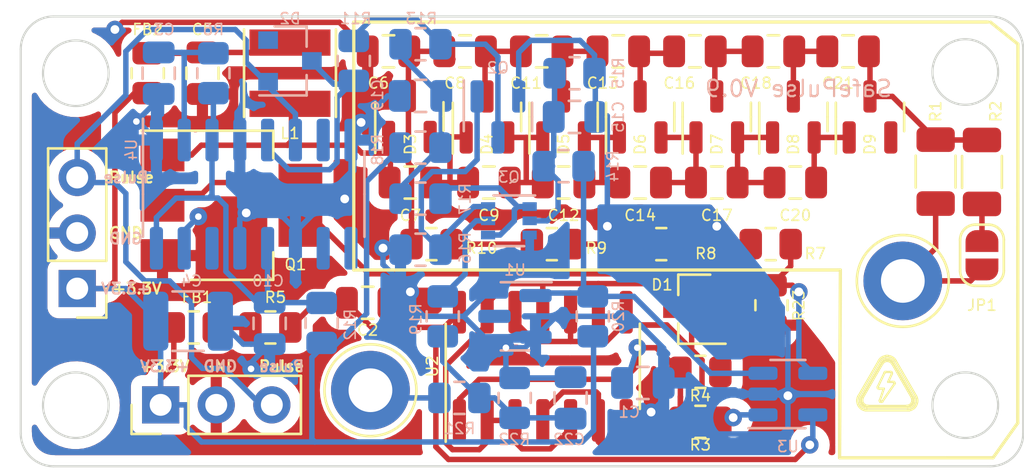
<source format=kicad_pcb>
(kicad_pcb (version 20210108) (generator pcbnew)
  (layers (0 "F.Cu" signal) (31 "B.Cu" signal) (34 "B.Paste" user) (35 "F.Paste" user) (36 "B.SilkS" user "B.Silkscreen") (37 "F.SilkS" user "F.Silkscreen") (38 "B.Mask" user) (39 "F.Mask" user) (44 "Edge.Cuts" user))
  (net 0 "")
  (net 1 "Net-(C1-Pad1)")
  (net 2 "Net-(C3-Pad1)")
  (net 3 "GND")
  (net 4 "Net-(C5-Pad1)")
  (net 5 "Net-(C7-Pad1)")
  (net 6 "Net-(C12-Pad1)")
  (net 7 "Net-(C6-Pad2)")
  (net 8 "Net-(C7-Pad2)")
  (net 9 "Net-(C10-Pad1)")
  (net 10 "Net-(C11-Pad1)")
  (net 11 "Net-(C14-Pad2)")
  (net 12 "Net-(C11-Pad2)")
  (net 13 "Net-(C12-Pad2)")
  (net 14 "Net-(C16-Pad2)")
  (net 15 "Net-(C17-Pad2)")
  (net 16 "Net-(C18-Pad2)")
  (net 17 "Net-(C20-Pad2)")
  (net 18 "Net-(C13-Pad2)")
  (net 19 "+3V3")
  (net 20 "Net-(Q2-Pad3)")
  (net 21 "Net-(Q2-Pad1)")
  (net 22 "Net-(Q3-Pad1)")
  (net 23 "Net-(D9-Pad2)")
  (net 24 "Net-(Q3-Pad5)")
  (net 25 "Net-(C21-Pad2)")
  (net 26 "Net-(D1-Pad1)")
  (net 27 "+2V5")
  (net 28 "Net-(Q1-Pad2)")
  (net 29 "Net-(D1-Pad2)")
  (net 30 "Net-(D2-Pad1)")
  (net 31 "Net-(D2-Pad2)")
  (net 32 "Net-(FB1-Pad2)")
  (net 33 "Net-(H1-Pad1)")
  (net 34 "Net-(H2-Pad1)")
  (net 35 "Net-(C15-Pad1)")
  (net 36 "Net-(R8-Pad2)")
  (net 37 "Net-(R3-Pad2)")
  (net 38 "Net-(C19-Pad1)")
  (net 39 "Net-(R23-Pad1)")
  (net 40 "Net-(JP1-Pad1)")
  (net 41 "Net-(R7-Pad2)")
  (net 42 "Net-(R10-Pad2)")
  (net 43 "Net-(U1-Pad3)")
  (net 44 "Net-(U3-Pad5)")
  (net 45 "Net-(U4-Pad7)")
  (net 46 "Net-(C22-Pad1)")
  (net 47 "Net-(U4-Pad9)")
  (net 48 "Net-(U4-Pad10)")
  (net 49 "Net-(U4-Pad14)")
  (footprint "Capacitor_SMD:C_0805_2012Metric" (layer "F.Cu") (at 146 59)
    (fp_text reference "C11")
    (fp_text value "0.1uF" hide)
  )
  (footprint "TestPoint:TestPoint_Loop_D3.80mm_Drill2.0mm" (layer "F.Cu") (at 162.5 69.5 90)
    (fp_text reference "H2" hide)
    (fp_text value "Anode")
  )
  (footprint "Jumper:SolderJumper-2_P1.3mm_Open_RoundedPad1.0x1.5mm" (layer "F.Cu") (at 166.116 68.326 -90)
    (fp_text reference "JP1")
    (fp_text value "7317" hide)
  )
  (footprint "Package_TO_SOT_SMD:SOT-23" (layer "F.Cu") (at 157.5 62 90)
    (fp_text reference "D8")
    (fp_text value "BAV23" hide)
  )
  (footprint "Package_TO_SOT_SMD:SOT-23" (layer "F.Cu") (at 143.5 62 90)
    (fp_text reference "D4")
    (fp_text value "BAV23" hide)
  )
  (footprint "Capacitor_SMD:C_0805_2012Metric" (layer "F.Cu") (at 153 59)
    (fp_text reference "C16")
    (fp_text value "0.1uF" hide)
  )
  (footprint "Package_TO_SOT_SMD:SOT-23" (layer "F.Cu") (at 139.954 61.976 90)
    (fp_text reference "D3")
    (fp_text value "BAV23" hide)
  )
  (footprint "Capacitor_SMD:C_0805_2012Metric" (layer "F.Cu") (at 138.05 70.5)
    (fp_text reference "C2")
    (fp_text value "1uF" hide)
  )
  (footprint "Resistor_SMD:R_0805_2012Metric" (layer "F.Cu") (at 151.464 67.818 180)
    (fp_text reference "R8")
    (fp_text value "22M" hide)
  )
  (footprint "Capacitor_SMD:C_0805_2012Metric" (layer "F.Cu") (at 149.5 59)
    (fp_text reference "C13")
    (fp_text value "0.1uF" hide)
  )
  (footprint "Resistor_SMD:R_0805_2012Metric" (layer "F.Cu") (at 156.464 67.818 180)
    (fp_text reference "R7")
    (fp_text value "22M" hide)
  )
  (footprint "Package_TO_SOT_SMD:SOT-23" (layer "F.Cu") (at 150.5 62 90)
    (fp_text reference "D6")
    (fp_text value "BAV23" hide)
  )
  (footprint "Diode_SMD:D_SOT-23_ANK" (layer "F.Cu") (at 153 70.794 180)
    (fp_text reference "D1")
    (fp_text value "BAS16" hide)
  )
  (footprint "Resistor_SMD:R_0805_2012Metric" (layer "F.Cu") (at 133.604 71.628 180)
    (fp_text reference "R5")
    (fp_text value "100" hide)
  )
  (footprint "TestPoint:TestPoint_Loop_D3.80mm_Drill2.0mm" (layer "F.Cu") (at 138.176 74.5)
    (fp_text reference "H1" hide)
    (fp_text value "Cathode")
  )
  (footprint "Package_TO_SOT_SMD:SOT-23" (layer "F.Cu") (at 154 62 90)
    (fp_text reference "D7")
    (fp_text value "BAV23" hide)
  )
  (footprint "Capacitor_SMD:C_0805_2012Metric" (layer "F.Cu") (at 130.5 60 -90)
    (fp_text reference "C5")
    (fp_text value "1uF" hide)
  )
  (footprint "Capacitor_SMD:C_0805_2012Metric" (layer "F.Cu") (at 154 65)
    (fp_text reference "C17")
    (fp_text value "0.1uF" hide)
  )
  (footprint "Resistor_SMD:R_1206_3216Metric" (layer "F.Cu") (at 164 64.5 -90)
    (fp_text reference "R1")
    (fp_text value "10M" hide)
  )
  (footprint "Capacitor_SMD:C_0805_2012Metric" (layer "F.Cu") (at 139 59)
    (fp_text reference "C6")
    (fp_text value "0.1uF" hide)
  )
  (footprint "Resistor_SMD:R_0805_2012Metric" (layer "F.Cu") (at 156.5 70.612 -90)
    (fp_text reference "R23")
    (fp_text value "3.16M" hide)
  )
  (footprint "Capacitor_SMD:C_0805_2012Metric" (layer "F.Cu") (at 140 65)
    (fp_text reference "C7")
    (fp_text value "0.1uF" hide)
  )
  (footprint "Capacitor_SMD:C_0805_2012Metric" (layer "F.Cu") (at 150.5 65)
    (fp_text reference "C14")
    (fp_text value "0.1uF" hide)
  )
  (footprint "Capacitor_SMD:C_0805_2012Metric" (layer "F.Cu") (at 147 65)
    (fp_text reference "C12")
    (fp_text value "0.1uF" hide)
  )
  (footprint "Inductor_SMD:L_Taiyo-Yuden_MD-4040" (layer "F.Cu") (at 134.5 60 -90)
    (fp_text reference "L1")
    (fp_text value "NRS6020T2R2NMGJ" hide)
  )
  (footprint "Resistor_SMD:R_0805_2012Metric" (layer "F.Cu") (at 140.964 67.818)
    (fp_text reference "R10")
    (fp_text value "22M" hide)
  )
  (footprint "Capacitor_SMD:C_0805_2012Metric" (layer "F.Cu") (at 157.588 65)
    (fp_text reference "C20")
    (fp_text value "0.1uF" hide)
  )
  (footprint "Package_SO:SOIC-14_3.9x8.7mm_P1.27mm" (layer "F.Cu") (at 146.05 73.406 90)
    (fp_text reference "U2")
    (fp_text value "74HC14" hide)
  )
  (footprint "Connector_PinHeader_2.54mm:PinHeader_1x03_P2.54mm_Vertical" (layer "F.Cu") (at 128.59 75.1695 90)
    (fp_text reference "J2" hide)
    (fp_text value "Conn_01x03_Male" hide)
  )
  (footprint "Resistor_SMD:R_0805_2012Metric" (layer "F.Cu") (at 128 60 90)
    (fp_text reference "FB2")
    (fp_text value "BKP2125HS221-T" hide)
  )
  (footprint "Resistor_SMD:R_0805_2012Metric" (layer "F.Cu") (at 146.464 67.818 180)
    (fp_text reference "R9")
    (fp_text value "22M" hide)
  )
  (footprint "Resistor_SMD:R_0805_2012Metric" (layer "F.Cu") (at 153.25 75.946)
    (fp_text reference "R3")
    (fp_text value "100K" hide)
  )
  (footprint "Resistor_SMD:R_0805_2012Metric" (layer "F.Cu") (at 153.25 73.66)
    (fp_text reference "R4")
    (fp_text value "100K" hide)
  )
  (footprint "Capacitor_SMD:C_0805_2012Metric" (layer "F.Cu") (at 156.588 59)
    (fp_text reference "C18")
    (fp_text value "0.1uF" hide)
  )
  (footprint "Capacitor_SMD:C_0805_2012Metric" (layer "F.Cu") (at 143.588 65)
    (fp_text reference "C9")
    (fp_text value "0.1uF" hide)
  )
  (footprint "Package_TO_SOT_SMD:SOT-223-3_TabPin2" (layer "F.Cu") (at 131.826 66.04)
    (fp_text reference "Q1")
    (fp_text value "FQT7N10" hide)
  )
  (footprint "Package_TO_SOT_SMD:SOT-23" (layer "F.Cu") (at 161 62 90)
    (fp_text reference "D9")
    (fp_text value "BAV23" hide)
  )
  (footprint "Capacitor_SMD:C_0805_2012Metric" (layer "F.Cu") (at 160 59)
    (fp_text reference "C21")
    (fp_text value "0.1uF" hide)
  )
  (footprint "Capacitor_SMD:C_0805_2012Metric" (layer "F.Cu") (at 142.5 59)
    (fp_text reference "C8")
    (fp_text value "0.1uF" hide)
  )
  (footprint "Resistor_SMD:R_0805_2012Metric" (layer "F.Cu") (at 130.104 71.628)
    (fp_text reference "FB1")
    (fp_text value "BKP2125HS221-T" hide)
  )
  (footprint "Resistor_SMD:R_1206_3216Metric" (layer "F.Cu") (at 166.116 64.516 -90)
    (fp_text reference "R2")
    (fp_text value "10M" hide)
  )
  (footprint "Package_TO_SOT_SMD:SOT-23" (layer "F.Cu") (at 147 62 90)
    (fp_text reference "D5")
    (fp_text value "BAV23" hide)
  )
  (footprint "Connector_PinHeader_2.54mm:PinHeader_1x03_P2.54mm_Vertical" (layer "F.Cu") (at 124.778 69.85 180)
    (fp_text reference "J1" hide)
    (fp_text value "Conn_01x03_Male" hide)
  )
  (footprint "Resistor_SMD:R_0805_2012Metric" (layer "B.Cu") (at 142.24 74.8515)
    (fp_text reference "R21")
    (fp_text value "47k" hide)
  )
  (footprint "Resistor_SMD:R_0805_2012Metric" (layer "B.Cu") (at 135.946 71.4215 90)
    (fp_text reference "R12")
    (fp_text value "100" hide)
  )
  (footprint "Package_TO_SOT_SMD:SOT-363_SC-70-6" (layer "B.Cu") (at 144.5 66.75 180)
    (fp_text reference "Q3")
    (fp_text value "MMDT3906" hide)
  )
  (footprint "Resistor_SMD:R_0805_2012Metric" (layer "B.Cu") (at 140.462 65.7375)
    (fp_text reference "R17")
    (fp_text value "499k" hide)
  )
  (footprint "Capacitor_SMD:C_0805_2012Metric" (layer "B.Cu") (at 133.57 71.4415 -90)
    (fp_text reference "C10")
    (fp_text value "1uF" hide)
  )
  (footprint "Capacitor_SMD:C_0805_2012Metric" (layer "B.Cu") (at 147.5 62)
    (fp_text reference "C15")
    (fp_text value "1nF" hide)
  )
  (footprint "Resistor_SMD:R_0805_2012Metric" (layer "B.Cu") (at 131 60 90)
    (fp_text reference "R6")
    (fp_text value "121k" hide)
  )
  (footprint "Resistor_SMD:R_0805_2012Metric" (layer "B.Cu") (at 144.765 74.8515 90)
    (fp_text reference "R22")
    (fp_text value "20k" hide)
  )
  (footprint "Package_TO_SOT_SMD:SOT-23-5" (layer "B.Cu") (at 157.25 74.676)
    (fp_text reference "U3")
    (fp_text value "MAX4162" hide)
  )
  (footprint "Capacitor_SMD:C_0805_2012Metric" (layer "B.Cu") (at 147.32 74.8515 90)
    (fp_text reference "C22")
    (fp_text value "1nF" hide)
  )
  (footprint "Resistor_SMD:R_0805_2012Metric" (layer "B.Cu") (at 148.336 71.12 90)
    (fp_text reference "R20")
    (fp_text value "560K" hide)
  )
  (footprint "Package_TO_SOT_SMD:SOT-23" (layer "B.Cu") (at 144 62 -90)
    (fp_text reference "Q2")
    (fp_text value "BC846A" hide)
  )
  (footprint "Resistor_SMD:R_0805_2012Metric" (layer "B.Cu") (at 140.462 63.403 180)
    (fp_text reference "R18")
    (fp_text value "1k" hide)
  )
  (footprint "Capacitor_SMD:C_0805_2012Metric" (layer "B.Cu") (at 150.622 74.168)
    (fp_text reference "C1")
    (fp_text value "150pF" hide)
  )
  (footprint "Resistor_SMD:R_0805_2012Metric" (layer "B.Cu") (at 147 64.25 180)
    (fp_text reference "R14")
    (fp_text value "1M5" hide)
  )
  (footprint "Resistor_SMD:R_0805_2012Metric" (layer "B.Cu") (at 137.414 59.436 90)
    (fp_text reference "R11")
    (fp_text value "33k" hide)
  )
  (footprint "Resistor_SMD:R_0805_2012Metric" (layer "B.Cu") (at 140.462 58.674)
    (fp_text reference "R13")
    (fp_text value "100k" hide)
  )
  (footprint "Package_SO:SOIC-16_3.9x9.9mm_P1.27mm" (layer "B.Cu") (at 132.842 65.532 -90)
    (fp_text reference "U4")
    (fp_text value "CD14538BM" hide)
  )
  (footprint "Diode_SMD:D_SOT-23_ANK" (layer "B.Cu") (at 134.5 59.436)
    (fp_text reference "D2")
    (fp_text value "BAS16" hide)
  )
  (footprint "Resistor_SMD:R_0805_2012Metric" (layer "B.Cu") (at 147.5 60)
    (fp_text reference "R15")
    (fp_text value "392k" hide)
  )
  (footprint "Capacitor_SMD:C_0805_2012Metric" (layer "B.Cu") (at 140.462 61.0385 180)
    (fp_text reference "C19")
    (fp_text value "0.1uF" hide)
  )
  (footprint "Package_TO_SOT_SMD:SOT-23" (layer "B.Cu") (at 144.78 71.12 180)
    (fp_text reference "U1")
    (fp_text value "MAX6008AEUR+T" hide)
  )
  (footprint "Resistor_SMD:R_0805_2012Metric" (layer "B.Cu") (at 140.462 68.072 180)
    (fp_text reference "R16")
    (fp_text value "1M" hide)
  )
  (footprint "Capacitor_SMD:C_1210_3225Metric" (layer "B.Cu") (at 129.843 71.3415)
    (fp_text reference "C4")
    (fp_text value "10uF" hide)
  )
  (footprint "Resistor_SMD:R_0805_2012Metric" (layer "B.Cu") (at 141.478 71.12 -90)
    (fp_text reference "R19")
    (fp_text value "100k" hide)
  )
  (footprint "Capacitor_SMD:C_0805_2012Metric" (layer "B.Cu") (at 128.5 60 -90)
    (fp_text reference "C3")
    (fp_text value "1nF" hide)
  )
  (gr_line (start 162.000979 73.720755) (end 162.00139 73.724677) (layer "F.SilkS") (width 0.104))
  (gr_line (start 161.451228 74.972508) (end 161.451309 74.969645) (layer "F.SilkS") (width 0.104))
  (gr_line (start 162.940304 74.97404) (end 162.940856 74.957256) (layer "F.SilkS") (width 0.104))
  (gr_line (start 160.835106 75.293537) (end 160.845654 75.294394) (layer "F.SilkS") (width 0.104))
  (gr_line (start 161.631422 74.427072) (end 161.41856 74.427072) (layer "F.SilkS") (width 0.104))
  (gr_line (start 161.66474 73.697785) (end 161.665902 73.695824) (layer "F.SilkS") (width 0.104))
  (gr_line (start 163.154412 75.035324) (end 163.1497 75.063717) (layer "F.SilkS") (width 0.104))
  (gr_line (start 161.579607 72.986963) (end 161.592353 72.98042) (layer "F.SilkS") (width 0.104))
  (gr_line (start 161.715871 72.940931) (end 161.730416 72.93879) (layer "F.SilkS") (width 0.104))
  (gr_line (start 160.425273 75.035324) (end 160.422447 75.006773) (layer "F.SilkS") (width 0.104))
  (gr_line (start 161.451449 74.978197) (end 161.451276 74.97536) (layer "F.SilkS") (width 0.104))
  (gr_line (start 161.466249 75.014067) (end 161.464477 75.011863) (layer "F.SilkS") (width 0.104))
  (gr_line (start 162.112741 74.148509) (end 162.114937 74.152368) (layer "F.SilkS") (width 0.104))
  (gr_line (start 162.111095 74.218606) (end 161.567829 75.009363) (layer "F.SilkS") (width 0.104))
  (gr_line (start 162.175028 73.157342) (end 162.175028 73.157342) (layer "F.SilkS") (width 0.104))
  (gr_line (start 161.83218 73.065509) (end 161.821721 73.064315) (layer "F.SilkS") (width 0.104))
  (gr_line (start 161.49709 75.034469) (end 161.495312 75.033896) (layer "F.SilkS") (width 0.104))
  (gr_line (start 162.975915 75.15477) (end 162.98718 75.136636) (layer "F.SilkS") (width 0.104))
  (gr_line (start 160.481798 74.755746) (end 161.404644 73.157342) (layer "F.SilkS") (width 0.104))
  (gr_line (start 163.157239 75.006773) (end 163.154412 75.035324) (layer "F.SilkS") (width 0.104))
  (gr_line (start 162.897193 75.383559) (end 162.884019 75.389261) (layer "F.SilkS") (width 0.104))
  (gr_line (start 161.665902 73.695824) (end 161.667128 73.693914) (layer "F.SilkS") (width 0.104))
  (gr_line (start 161.866432 73.166458) (end 161.858268 73.164134) (layer "F.SilkS") (width 0.104))
  (gr_line (start 160.552226 75.018877) (end 160.555582 75.039112) (layer "F.SilkS") (width 0.104))
  (gr_line (start 160.778628 75.414335) (end 160.750281 75.407761) (layer "F.SilkS") (width 0.104))
  (gr_line (start 162.834789 75.271117) (end 162.853416 75.262692) (layer "F.SilkS") (width 0.104))
  (gr_line (start 163.03014 74.978122) (end 163.029469 74.957722) (layer "F.SilkS") (width 0.104))
  (gr_line (start 161.663645 73.699794) (end 161.66474 73.697785) (layer "F.SilkS") (width 0.104))
  (gr_line (start 161.518943 75.036943) (end 161.51511 75.037057) (layer "F.SilkS") (width 0.104))
  (gr_line (start 161.674158 73.685155) (end 161.675732 73.68357) (layer "F.SilkS") (width 0.104))
  (gr_line (start 161.355148 74.35501) (end 161.355779 74.351052) (layer "F.SilkS") (width 0.104))
  (gr_line (start 161.41856 74.427072) (end 161.41856 74.427072) (layer "F.SilkS") (width 0.104))
  (gr_line (start 163.097873 74.755746) (end 163.112008 74.782162) (layer "F.SilkS") (width 0.104))
  (gr_line (start 162.851235 75.154044) (end 162.863597 75.142441) (layer "F.SilkS") (width 0.104))
  (gr_line (start 160.793861 75.286778) (end 160.804018 75.28896) (layer "F.SilkS") (width 0.104))
  (gr_line (start 161.941702 73.665573) (end 161.94571 73.665953) (layer "F.SilkS") (width 0.104))
  (gr_line (start 161.354766 74.35899) (end 161.355148 74.35501) (layer "F.SilkS") (width 0.104))
  (gr_line (start 160.837052 75.421954) (end 160.807575 75.419079) (layer "F.SilkS") (width 0.104))
  (gr_line (start 162.775662 75.288966) (end 162.795864 75.284282) (layer "F.SilkS") (width 0.104))
  (gr_line (start 161.987318 72.98041) (end 162.012584 72.993907) (layer "F.SilkS") (width 0.104))
  (gr_line (start 160.899997 75.217996) (end 160.899997 75.217996) (layer "F.SilkS") (width 0.104))
  (gr_line (start 161.533945 75.034239) (end 161.530265 75.035247) (layer "F.SilkS") (width 0.104))
  (gr_line (start 161.706757 73.666902) (end 161.708972 73.666462) (layer "F.SilkS") (width 0.104))
  (gr_line (start 160.708259 75.253051) (end 160.71718 75.258008) (layer "F.SilkS") (width 0.104))
  (gr_line (start 161.486528 73.053758) (end 161.497218 73.04405) (layer "F.SilkS") (width 0.104))
  (gr_line (start 160.674185 75.08761) (end 160.678713 75.095163) (layer "F.SilkS") (width 0.104))
  (gr_line (start 161.816077 73.15651) (end 161.8074 73.155804) (layer "F.SilkS") (width 0.104))
  (gr_line (start 160.603765 75.154748) (end 160.609781 75.163451) (layer "F.SilkS") (width 0.104))
  (gr_line (start 161.974296 73.121411) (end 161.965896 73.115592) (layer "F.SilkS") (width 0.104))
  (gr_line (start 160.5925 74.819665) (end 160.582432 74.838482) (layer "F.SilkS") (width 0.104))
  (gr_line (start 161.662617 73.701852) (end 161.662617 73.701852) (layer "F.SilkS") (width 0.104))
  (gr_line (start 161.927622 73.194147) (end 161.920421 73.189828) (layer "F.SilkS") (width 0.104))
  (gr_line (start 160.839839 75.21116) (end 160.848195 75.212956) (layer "F.SilkS") (width 0.104))
  (gr_line (start 160.669518 75.377458) (end 160.644253 75.363962) (layer "F.SilkS") (width 0.104))
  (gr_line (start 162.111036 74.218362) (end 162.111095 74.218606) (layer "F.SilkS") (width 0.104))
  (gr_line (start 162.001439 73.26355) (end 161.996285 73.256591) (layer "F.SilkS") (width 0.104))
  (gr_line (start 160.497608 75.22599) (end 160.481798 75.20054) (layer "F.SilkS") (width 0.104))
  (gr_line (start 161.387702 74.419147) (end 161.384274 74.417117) (layer "F.SilkS") (width 0.104))
  (gr_line (start 161.355717 74.374876) (end 161.355109 74.370934) (layer "F.SilkS") (width 0.104))
  (gr_line (start 160.658714 74.858153) (end 160.652636 74.874239) (layer "F.SilkS") (width 0.104))
  (gr_line (start 162.764336 75.204207) (end 162.780133 75.198278) (layer "F.SilkS") (width 0.104))
  (gr_line (start 161.371967 74.406929) (end 161.369295 74.403892) (layer "F.SilkS") (width 0.104))
  (gr_line (start 161.468124 75.016196) (end 161.466249 75.014067) (layer "F.SilkS") (width 0.104))
  (gr_line (start 162.015659 73.285623) (end 162.011131 73.278069) (layer "F.SilkS") (width 0.104))
  (gr_line (start 160.716103 75.142409) (end 160.722197 75.148319) (layer "F.SilkS") (width 0.104))
  (gr_line (start 161.493543 75.033259) (end 161.491786 75.032558) (layer "F.SilkS") (width 0.104))
  (gr_line (start 160.764091 75.278311) (end 160.773891 75.28145) (layer "F.SilkS") (width 0.104))
  (gr_line (start 162.082453 73.044036) (end 162.103538 73.063827) (layer "F.SilkS") (width 0.104))
  (gr_line (start 161.354747 74.366964) (end 161.354633 74.362978) (layer "F.SilkS") (width 0.104))
  (gr_line (start 161.452948 74.958157) (end 161.453695 74.955296) (layer "F.SilkS") (width 0.104))
  (gr_line (start 162.027537 73.169785) (end 162.020569 73.162081) (layer "F.SilkS") (width 0.104))
  (gr_line (start 161.704567 73.667419) (end 161.706757 73.666902) (layer "F.SilkS") (width 0.104))
  (gr_line (start 161.470099 75.018246) (end 161.468124 75.016196) (layer "F.SilkS") (width 0.104))
  (gr_line (start 163.097873 75.20054) (end 163.090151 75.213428) (layer "F.SilkS") (width 0.104))
  (gr_line (start 137.414 69) (end 159.646603 69) (layer "F.SilkS") (width 0.15))
  (gr_line (start 161.544551 75.029922) (end 161.541098 75.031574) (layer "F.SilkS") (width 0.104))
  (gr_line (start 161.526532 75.036035) (end 161.522754 75.036601) (layer "F.SilkS") (width 0.104))
  (gr_line (start 161.913082 73.185749) (end 161.905611 73.181912) (layer "F.SilkS") (width 0.104))
  (gr_line (start 160.421505 74.978143) (end 160.422447 74.949513) (layer "F.SilkS") (width 0.104))
  (gr_line (start 160.866991 75.295083) (end 160.866991 75.295083) (layer "F.SilkS") (width 0.104))
  (gr_line (start 161.428892 73.119676) (end 161.437681 73.107801) (layer "F.SilkS") (width 0.104))
  (gr_line (start 162.120887 74.168782) (end 162.121647 74.173032) (layer "F.SilkS") (width 0.104))
  (gr_line (start 161.8074 73.155804) (end 161.798656 73.155379) (layer "F.SilkS") (width 0.104))
  (gr_line (start 162.810271 75.183433) (end 162.824531 75.174563) (layer "F.SilkS") (width 0.104))
  (gr_line (start 161.456071 74.997287) (end 161.455058 74.99467) (layer "F.SilkS") (width 0.104))
  (gr_line (start 161.849257 72.938788) (end 161.878205 72.943533) (layer "F.SilkS") (width 0.104))
  (gr_line (start 162.829394 75.407742) (end 162.815299 75.411256) (layer "F.SilkS") (width 0.104))
  (gr_line (start 161.597162 73.127473) (end 161.581318 73.140495) (layer "F.SilkS") (width 0.104))
  (gr_line (start 161.380975 74.414875) (end 161.377818 74.412425) (layer "F.SilkS") (width 0.104))
  (gr_line (start 163.029469 74.957722) (end 163.027455 74.937379) (layer "F.SilkS") (width 0.104))
  (gr_line (start 162.98718 74.819665) (end 162.064327 73.221246) (layer "F.SilkS") (width 0.104))
  (gr_line (start 160.866991 75.422922) (end 160.866991 75.422922) (layer "F.SilkS") (width 0.104))
  (gr_line (start 162.932015 74.890579) (end 162.927043 74.874257) (layer "F.SilkS") (width 0.104))
  (gr_line (start 161.954944 73.213752) (end 161.948346 73.208507) (layer "F.SilkS") (width 0.104))
  (gr_line (start 160.683455 75.102522) (end 160.688405 75.109682) (layer "F.SilkS") (width 0.104))
  (gr_line (start 162.870643 75.394535) (end 162.857075 75.399377) (layer "F.SilkS") (width 0.104))
  (gr_line (start 162.963635 75.171938) (end 162.975915 75.15477) (layer "F.SilkS") (width 0.104))
  (gr_line (start 161.486589 75.030054) (end 161.483959 75.028667) (layer "F.SilkS") (width 0.104))
  (gr_line (start 160.814282 75.290817) (end 160.824647 75.292343) (layer "F.SilkS") (width 0.104))
  (gr_line (start 161.49004 75.031791) (end 161.488307 75.030957) (layer "F.SilkS") (width 0.104))
  (gr_line (start 160.5925 75.136621) (end 160.5925 75.136621) (layer "F.SilkS") (width 0.104))
  (gr_line (start 161.990934 73.249836) (end 161.985389 73.243288) (layer "F.SilkS") (width 0.104))
  (gr_line (start 160.682526 75.23645) (end 160.690926 75.242269) (layer "F.SilkS") (width 0.104))
  (gr_line (start 163.073622 75.238199) (end 163.064834 75.250071) (layer "F.SilkS") (width 0.104))
  (gr_line (start 163.024099 75.039103) (end 163.027455 75.018869) (layer "F.SilkS") (width 0.104))
  (gr_line (start 161.669765 73.690248) (end 161.671173 73.688495) (layer "F.SilkS") (width 0.104))
  (gr_line (start 162.714518 75.215744) (end 162.731489 75.212963) (layer "F.SilkS") (width 0.104))
  (gr_line (start 160.560281 74.897083) (end 160.555582 74.917145) (layer "F.SilkS") (width 0.104))
  (gr_line (start 161.995859 73.755746) (end 161.995859 73.755746) (layer "F.SilkS") (width 0.104))
  (gr_line (start 163.036471 75.283577) (end 163.02638 75.294025) (layer "F.SilkS") (width 0.104))
  (gr_line (start 162.959747 75.348807) (end 162.947708 75.356574) (layer "F.SilkS") (width 0.104))
  (gr_line (start 162.734027 75.294394) (end 162.755034 75.292346) (layer "F.SilkS") (width 0.104))
  (gr_line (start 163.027455 74.937379) (end 163.024099 74.917149) (layer "F.SilkS") (width 0.104))
  (gr_line (start 161.404644 73.157342) (end 161.404644 73.157342) (layer "F.SilkS") (width 0.104))
  (gr_line (start 161.356571 74.378779) (end 161.355717 74.374876) (layer "F.SilkS") (width 0.104))
  (gr_line (start 161.605318 72.974295) (end 161.618492 72.968592) (layer "F.SilkS") (width 0.104))
  (gr_line (start 162.886141 75.116663) (end 162.896242 75.102535) (layer "F.SilkS") (width 0.104))
  (gr_line (start 160.695657 75.389283) (end 160.669518 75.377458) (layer "F.SilkS") (width 0.104))
  (gr_line (start 162.103538 73.063827) (end 162.123407 73.085092) (layer "F.SilkS") (width 0.104))
  (gr_line (start 163.015985 75.304105) (end 163.005294 75.313812) (layer "F.SilkS") (width 0.104))
  (gr_line (start 162.884019 75.389261) (end 162.870643 75.394535) (layer "F.SilkS") (width 0.104))
  (gr_line (start 160.674185 75.08761) (end 160.674185 75.08761) (layer "F.SilkS") (width 0.104))
  (gr_line (start 161.459786 75.004841) (end 161.458437 75.002377) (layer "F.SilkS") (width 0.104))
  (gr_line (start 162.679685 75.217996) (end 162.697237 75.217429) (layer "F.SilkS") (width 0.104))
  (gr_line (start 161.968239 73.673232) (end 161.971645 73.675228) (layer "F.SilkS") (width 0.104))
  (gr_line (start 161.902402 73.082996) (end 161.892734 73.079545) (layer "F.SilkS") (width 0.104))
  (gr_line (start 160.754422 75.27486) (end 160.764091 75.278311) (layer "F.SilkS") (width 0.104))
  (gr_line (start 161.934235 72.95847) (end 161.961179 72.968584) (layer "F.SilkS") (width 0.104))
  (gr_line (start 161.738037 73.160278) (end 161.721416 73.164136) (layer "F.SilkS") (width 0.104))
  (gr_line (start 160.722197 75.148319) (end 160.728464 75.154011) (layer "F.SilkS") (width 0.104))
  (gr_line (start 162.020569 73.162081) (end 162.013378 73.154635) (layer "F.SilkS") (width 0.104))
  (gr_line (start 161.957362 73.668555) (end 161.961087 73.669891) (layer "F.SilkS") (width 0.104))
  (gr_line (start 161.84165 73.160276) (end 161.833207 73.158749) (layer "F.SilkS") (width 0.104))
  (gr_line (start 161.56544 75.012623) (end 161.562881 75.015691) (layer "F.SilkS") (width 0.104))
  (gr_line (start 162.111036 74.218362) (end 162.111036 74.218362) (layer "F.SilkS") (width 0.104))
  (gr_line (start 162.047044 73.194415) (end 162.040781 73.185956) (layer "F.SilkS") (width 0.104))
  (gr_line (start 162.98718 75.136636) (end 162.997249 75.117802) (layer "F.SilkS") (width 0.104))
  (gr_line (start 162.040781 73.185956) (end 162.034276 73.177745) (layer "F.SilkS") (width 0.104))
  (gr_line (start 162.936233 75.203262) (end 162.950392 75.188111) (layer "F.SilkS") (width 0.104))
  (gr_line (start 161.453695 74.955296) (end 161.45458 74.952447) (layer "F.SilkS") (width 0.104))
  (gr_line (start 161.674067 73.181917) (end 161.659255 73.189834) (layer "F.SilkS") (width 0.104))
  (gr_line (start 160.422447 75.006773) (end 160.421505 74.978143) (layer "F.SilkS") (width 0.104))
  (gr_line (start 162.971534 75.340643) (end 162.959747 75.348807) (layer "F.SilkS") (width 0.104))
  (gr_line (start 161.882934 73.076405) (end 161.873009 73.073581) (layer "F.SilkS") (width 0.104))
  (gr_line (start 162.98718 75.136636) (end 162.98718 75.136636) (layer "F.SilkS") (width 0.104))
  (gr_line (start 162.117356 74.206796) (end 162.115533 74.210763) (layer "F.SilkS") (width 0.104))
  (gr_line (start 161.51511 75.037057) (end 161.51511 75.037057) (layer "F.SilkS") (width 0.104))
  (gr_line (start 160.638822 74.957233) (end 160.639375 74.974019) (layer "F.SilkS") (width 0.104))
  (gr_line (start 161.911934 73.086756) (end 161.902402 73.082996) (layer "F.SilkS") (width 0.104))
  (gr_line (start 161.920421 73.189828) (end 161.913082 73.185749) (layer "F.SilkS") (width 0.104))
  (gr_line (start 162.786642 75.416921) (end 162.772097 75.419062) (layer "F.SilkS") (width 0.104))
  (gr_line (start 160.643445 75.20323) (end 160.650852 75.210413) (layer "F.SilkS") (width 0.104))
  (gr_line (start 162.122118 74.17731) (end 162.122299 74.181601) (layer "F.SilkS") (width 0.104))
  (gr_line (start 161.414467 74.426942) (end 161.410421 74.426554) (layer "F.SilkS") (width 0.104))
  (gr_line (start 163.013359 75.079012) (end 163.0194 75.059169) (layer "F.SilkS") (width 0.104))
  (gr_line (start 162.091407 74.127363) (end 162.095003 74.129702) (layer "F.SilkS") (width 0.104))
  (gr_line (start 162.727701 75.422664) (end 162.712677 75.422906) (layer "F.SilkS") (width 0.104))
  (gr_line (start 161.898011 73.17832) (end 161.890288 73.174975) (layer "F.SilkS") (width 0.104))
  (gr_line (start 161.789837 73.062768) (end 161.789837 73.062768) (layer "F.SilkS") (width 0.104))
  (gr_line (start 162.913783 74.842355) (end 162.905496 74.826868) (layer "F.SilkS") (width 0.104))
  (gr_line (start 161.934679 73.198701) (end 161.927622 73.194147) (layer "F.SilkS") (width 0.104))
  (gr_line (start 161.789837 73.062768) (end 161.789837 73.062768) (layer "F.SilkS") (width 0.104))
  (gr_line (start 160.799556 75.198258) (end 160.807397 75.201351) (layer "F.SilkS") (width 0.104))
  (gr_line (start 161.937649 73.665445) (end 161.941702 73.665573) (layer "F.SilkS") (width 0.104))
  (gr_line (start 162.748108 75.209109) (end 162.764336 75.204207) (layer "F.SilkS") (width 0.104))
  (gr_line (start 161.659255 73.189834) (end 161.644995 73.198707) (layer "F.SilkS") (width 0.104))
  (gr_line (start 160.467667 74.782162) (end 160.481798 74.755746) (layer "F.SilkS") (width 0.104))
  (gr_line (start 161.45458 74.952447) (end 161.45458 74.952447) (layer "F.SilkS") (width 0.104))
  (gr_line (start 162.058367 74.118173) (end 162.058367 74.118173) (layer "F.SilkS") (width 0.104))
  (gr_line (start 161.522754 75.036601) (end 161.518943 75.036943) (layer "F.SilkS") (width 0.104))
  (gr_line (start 161.948346 73.208507) (end 161.941589 73.203489) (layer "F.SilkS") (width 0.104))
  (gr_line (start 162.114937 74.152368) (end 162.116862 74.156354) (layer "F.SilkS") (width 0.104))
  (gr_line (start 161.369295 74.403892) (end 161.366805 74.400672) (layer "F.SilkS") (width 0.104))
  (gr_line (start 160.882445 75.217428) (end 160.89119 75.217854) (layer "F.SilkS") (width 0.104))
  (gr_line (start 161.686938 73.079529) (end 161.667737 73.086735) (layer "F.SilkS") (width 0.104))
  (gr_line (start 161.706663 73.07357) (end 161.686938 73.079529) (layer "F.SilkS") (width 0.104))
  (gr_line (start 162.113426 74.214623) (end 162.111036 74.218362) (layer "F.SilkS") (width 0.104))
  (gr_line (start 160.425273 74.920962) (end 160.429983 74.89257) (layer "F.SilkS") (width 0.104))
  (gr_line (start 161.789848 73.155237) (end 161.772293 73.155805) (layer "F.SilkS") (width 0.104))
  (gr_line (start 161.99053 73.133886) (end 161.982509 73.12751) (layer "F.SilkS") (width 0.104))
  (gr_line (start 162.067157 74.118777) (end 162.071452 74.119522) (layer "F.SilkS") (width 0.104))
  (gr_line (start 161.645437 72.958476) (end 161.65919 72.954072) (layer "F.SilkS") (width 0.104))
  (gr_line (start 161.983897 73.685244) (end 161.986566 73.68823) (layer "F.SilkS") (width 0.104))
  (gr_line (start 162.036907 73.009037) (end 162.06022 73.02576) (layer "F.SilkS") (width 0.104))
  (gr_line (start 161.384274 74.417117) (end 161.380975 74.414875) (layer "F.SilkS") (width 0.104))
  (gr_line (start 161.973741 73.230823) (end 161.967647 73.224913) (layer "F.SilkS") (width 0.104))
  (gr_line (start 161.474342 75.022094) (end 161.472172 75.020213) (layer "F.SilkS") (width 0.104))
  (gr_line (start 161.690038 73.673082) (end 161.692015 73.672062) (layer "F.SilkS") (width 0.104))
  (gr_line (start 161.45217 74.983807) (end 161.451748 74.981014) (layer "F.SilkS") (width 0.104))
  (gr_line (start 161.526612 73.203094) (end 161.515346 73.221231) (layer "F.SilkS") (width 0.104))
  (gr_line (start 160.845654 75.294394) (end 160.856284 75.29491) (layer "F.SilkS") (width 0.104))
  (gr_line (start 160.823412 75.206775) (end 160.831577 75.209099) (layer "F.SilkS") (width 0.104))
  (gr_line (start 161.453377 74.989309) (end 161.452714 74.986574) (layer "F.SilkS") (width 0.104))
  (gr_line (start 162.921208 75.217362) (end 162.936233 75.203262) (layer "F.SilkS") (width 0.104))
  (gr_line (start 162.119837 74.164576) (end 162.120887 74.168782) (layer "F.SilkS") (width 0.104))
  (gr_line (start 160.550212 74.99853) (end 160.552226 75.018877) (layer "F.SilkS") (width 0.104))
  (gr_line (start 161.694027 73.67111) (end 161.696074 73.670228) (layer "F.SilkS") (width 0.104))
  (gr_line (start 161.667737 73.086735) (end 161.649111 73.095161) (layer "F.SilkS") (width 0.104))
  (gr_line (start 161.504272 75.036161) (end 161.502469 75.035825) (layer "F.SilkS") (width 0.104))
  (gr_line (start 161.798656 73.155379) (end 161.789848 73.155237) (layer "F.SilkS") (width 0.104))
  (gr_line (start 160.639375 74.940447) (end 160.638822 74.957233) (layer "F.SilkS") (width 0.104))
  (gr_line (start 161.720337 73.665445) (end 161.720337 73.665445) (layer "F.SilkS") (width 0.104))
  (gr_line (start 161.702401 73.668011) (end 161.704567 73.667419) (layer "F.SilkS") (width 0.104))
  (gr_line (start 162.101699 74.135093) (end 162.104773 74.138129) (layer "F.SilkS") (width 0.104))
  (gr_line (start 160.722601 75.399398) (end 160.695657 75.389283) (layer "F.SilkS") (width 0.104))
  (gr_line (start 160.831577 75.209099) (end 160.839839 75.21116) (layer "F.SilkS") (width 0.104))
  (gr_line (start 161.566293 73.154597) (end 161.552134 73.169749) (layer "F.SilkS") (width 0.104))
  (gr_line (start 161.472172 75.020213) (end 161.470099 75.018246) (layer "F.SilkS") (width 0.104))
  (gr_line (start 160.429983 75.063717) (end 160.425273 75.035324) (layer "F.SilkS") (width 0.104))
  (gr_line (start 163.082065 75.225983) (end 163.073622 75.238199) (layer "F.SilkS") (width 0.104))
  (gr_line (start 161.50067 75.035432) (end 161.498877 75.034981) (layer "F.SilkS") (width 0.104))
  (gr_line (start 161.713465 73.665814) (end 161.715739 73.66561) (layer "F.SilkS") (width 0.104))
  (gr_line (start 161.406432 74.425916) (end 161.402509 74.425031) (layer "F.SilkS") (width 0.104))
  (gr_line (start 160.45542 74.809131) (end 160.467667 74.782162) (layer "F.SilkS") (width 0.104))
  (gr_line (start 161.437681 73.107801) (end 161.446808 73.096276) (layer "F.SilkS") (width 0.104))
  (gr_line (start 161.995859 73.755746) (end 161.831558 74.118173) (layer "F.SilkS") (width 0.104))
  (gr_line (start 163.027455 75.018869) (end 163.029469 74.998523) (layer "F.SilkS") (width 0.104))
  (gr_line (start 162.064327 73.221246) (end 162.058823 73.212064) (layer "F.SilkS") (width 0.104))
  (gr_line (start 161.991359 73.694742) (end 161.99345 73.698224) (layer "F.SilkS") (width 0.104))
  (gr_line (start 161.979657 73.236949) (end 161.973741 73.230823) (layer "F.SilkS") (width 0.104))
  (gr_line (start 160.693558 75.116642) (end 160.69891 75.123397) (layer "F.SilkS") (width 0.104))
  (gr_line (start 163.134623 75.119711) (end 163.124258 75.147155) (layer "F.SilkS") (width 0.104))
  (gr_line (start 160.666292 75.223977) (end 160.674313 75.230352) (layer "F.SilkS") (width 0.104))
  (gr_line (start 161.537559 75.033014) (end 161.533945 75.034239) (layer "F.SilkS") (width 0.104))
  (gr_line (start 162.905496 74.826883) (end 162.430971 74.004968) (layer "F.SilkS") (width 0.104))
  (gr_line (start 161.515346 73.221231) (end 160.5925 74.819665) (layer "F.SilkS") (width 0.104))
  (gr_line (start 162.430971 74.004968) (end 162.430971 74.004968) (layer "F.SilkS") (width 0.104))
  (gr_line (start 160.89119 75.217854) (end 160.899997 75.217996) (layer "F.SilkS") (width 0.104))
  (gr_line (start 161.366805 74.400672) (end 161.364509 74.397272) (layer "F.SilkS") (width 0.104))
  (gr_line (start 160.445057 75.119711) (end 160.436578 75.091872) (layer "F.SilkS") (width 0.104))
  (gr_line (start 161.708972 73.666462) (end 161.711208 73.666099) (layer "F.SilkS") (width 0.104))
  (gr_line (start 161.466042 73.07429) (end 161.476133 73.06384) (layer "F.SilkS") (width 0.104))
  (gr_line (start 160.776762 75.187484) (end 160.784233 75.191321) (layer "F.SilkS") (width 0.104))
  (gr_line (start 161.998294 73.709207) (end 161.99943 73.713008) (layer "F.SilkS") (width 0.104))
  (gr_line (start 163.0194 74.897089) (end 163.013359 74.877254) (layer "F.SilkS") (width 0.104))
  (gr_line (start 161.530977 73.017215) (end 161.542764 73.00905) (layer "F.SilkS") (width 0.104))
  (gr_line (start 160.748255 75.169744) (end 160.755164 75.174532) (layer "F.SilkS") (width 0.104))
  (gr_line (start 162.075663 74.120551) (end 162.079776 74.121857) (layer "F.SilkS") (width 0.104))
  (gr_line (start 163.090151 75.213428) (end 163.082065 75.225983) (layer "F.SilkS") (width 0.104))
  (gr_line (start 161.711208 73.666099) (end 161.713465 73.665814) (layer "F.SilkS") (width 0.104))
  (gr_line (start 161.755009 73.157493) (end 161.738037 73.160278) (layer "F.SilkS") (width 0.104))
  (gr_line (start 160.678713 75.095163) (end 160.683455 75.102522) (layer "F.SilkS") (width 0.104))
  (gr_line (start 160.422447 74.949513) (end 160.425273 74.920962) (layer "F.SilkS") (width 0.104))
  (gr_line (start 161.355109 74.370934) (end 161.354747 74.366964) (layer "F.SilkS") (width 0.104))
  (gr_line (start 160.735502 75.267036) (end 160.74489 75.2711) (layer "F.SilkS") (width 0.104))
  (gr_line (start 161.594286 73.243293) (end 161.583392 73.256596) (layer "F.SilkS") (width 0.104))
  (gr_line (start 162.857075 75.399377) (end 162.843322 75.40378) (layer "F.SilkS") (width 0.104))
  (gr_line (start 161.538891 73.185924) (end 161.526612 73.203094) (layer "F.SilkS") (width 0.104))
  (gr_line (start 162.875246 75.129973) (end 162.886141 75.116663) (layer "F.SilkS") (width 0.104))
  (gr_line (start 161.451276 74.97536) (end 161.451228 74.972508) (layer "F.SilkS") (width 0.104))
  (gr_line (start 162.815589 75.278323) (end 162.834789 75.271117) (layer "F.SilkS") (width 0.104))
  (gr_line (start 161.476608 75.023883) (end 161.474342 75.022094) (layer "F.SilkS") (width 0.104))
  (gr_line (start 161.554291 75.023717) (end 161.551158 75.025991) (layer "F.SilkS") (width 0.104))
  (gr_line (start 161.967647 73.224913) (end 161.961379 73.219222) (layer "F.SilkS") (width 0.104))
  (gr_line (start 160.848195 75.212956) (end 160.856638 75.214484) (layer "F.SilkS") (width 0.104))
  (gr_line (start 161.476133 73.06384) (end 161.486528 73.053758) (layer "F.SilkS") (width 0.104))
  (gr_line (start 159.611345 77.589568) (end 166.624 77.588787) (layer "F.SilkS") (width 0.15))
  (gr_line (start 162.098439 74.132281) (end 162.101699 74.135093) (layer "F.SilkS") (width 0.104))
  (gr_line (start 160.728464 75.154011) (end 160.7349 75.159481) (layer "F.SilkS") (width 0.104))
  (gr_line (start 162.712677 75.422906) (end 162.712677 75.422922) (layer "F.SilkS") (width 0.104))
  (gr_line (start 161.451309 74.969645) (end 161.45152 74.966774) (layer "F.SilkS") (width 0.104))
  (gr_line (start 162.064327 73.221246) (end 162.064327 73.221246) (layer "F.SilkS") (width 0.104))
  (gr_line (start 162.947708 75.356574) (end 162.935424 75.363937) (layer "F.SilkS") (width 0.104))
  (gr_line (start 161.831558 74.118173) (end 161.831558 74.118173) (layer "F.SilkS") (width 0.104))
  (gr_line (start 162.122192 74.185892) (end 162.121798 74.190165) (layer "F.SilkS") (width 0.104))
  (gr_line (start 161.478967 75.025578) (end 161.476608 75.023883) (layer "F.SilkS") (width 0.104))
  (gr_line (start 160.791833 75.194913) (end 160.799556 75.198258) (layer "F.SilkS") (width 0.104))
  (gr_line (start 162.175028 73.157342) (end 163.097873 74.755746) (layer "F.SilkS") (width 0.104))
  (gr_line (start 161.705188 73.169044) (end 161.689391 73.174979) (layer "F.SilkS") (width 0.104))
  (gr_line (start 160.429983 74.89257) (end 160.436578 74.864414) (layer "F.SilkS") (width 0.104))
  (gr_line (start 163.124258 75.147155) (end 163.112008 75.174124) (layer "F.SilkS") (width 0.104))
  (gr_line (start 161.965896 73.115592) (end 161.957317 73.110057) (layer "F.SilkS") (width 0.104))
  (gr_line (start 161.456264 73.085103) (end 161.466042 73.07429) (layer "F.SilkS") (width 0.104))
  (gr_line (start 160.552226 74.937377) (end 160.550212 74.957723) (layer "F.SilkS") (width 0.104))
  (gr_line (start 161.583392 73.256596) (end 161.573291 73.270713) (layer "F.SilkS") (width 0.104))
  (gr_line (start 160.647663 75.023911) (end 160.652636 75.040232) (layer "F.SilkS") (width 0.104))
  (gr_line (start 161.789837 73.062768) (end 161.7685 73.063458) (layer "F.SilkS") (width 0.104))
  (gr_line (start 161.684342 73.676542) (end 161.6862 73.675323) (layer "F.SilkS") (width 0.104))
  (gr_line (start 161.905611 73.181912) (end 161.898011 73.17832) (layer "F.SilkS") (width 0.104))
  (gr_line (start 137.414 69) (end 137.414 57.658) (layer "F.SilkS") (width 0.15))
  (gr_line (start 162.920974 75.056326) (end 162.92705 75.040241) (layer "F.SilkS") (width 0.104))
  (gr_line (start 160.658714 75.056319) (end 160.665897 75.072128) (layer "F.SilkS") (width 0.104))
  (gr_line (start 163.097873 74.755746) (end 163.097873 74.755746) (layer "F.SilkS") (width 0.104))
  (gr_line (start 161.94571 73.665953) (end 161.949663 73.666581) (layer "F.SilkS") (width 0.104))
  (gr_line (start 161.631107 73.104778) (end 161.613774 73.115558) (layer "F.SilkS") (width 0.104))
  (gr_line (start 162.121798 74.190165) (end 162.121116 74.194407) (layer "F.SilkS") (width 0.104))
  (gr_line (start 161.679033 73.680576) (end 161.680757 73.679169) (layer "F.SilkS") (width 0.104))
  (gr_line (start 161.961379 73.219222) (end 161.954944 73.213752) (layer "F.SilkS") (width 0.104))
  (gr_line (start 160.784233 75.191321) (end 160.791833 75.194913) (layer "F.SilkS") (width 0.104))
  (gr_line (start 160.436578 75.091872) (end 160.429983 75.063717) (layer "F.SilkS") (width 0.104))
  (gr_line (start 161.662617 73.701852) (end 161.663645 73.699794) (layer "F.SilkS") (width 0.104))
  (gr_line (start 162.843322 75.40378) (end 162.829394 75.407742) (layer "F.SilkS") (width 0.104))
  (gr_line (start 163.055706 75.261595) (end 163.046249 75.272765) (layer "F.SilkS") (width 0.104))
  (gr_line (start 161.377818 74.412425) (end 161.374811 74.409775) (layer "F.SilkS") (width 0.104))
  (gr_line (start 160.533425 75.272783) (end 160.51484 75.250085) (layer "F.SilkS") (width 0.104))
  (gr_line (start 161.971645 73.675228) (end 161.974924 73.677432) (layer "F.SilkS") (width 0.104))
  (gr_line (start 162.997249 75.117802) (end 163.005975 75.098575) (layer "F.SilkS") (width 0.104))
  (gr_line (start 161.715739 73.66561) (end 161.718031 73.665486) (layer "F.SilkS") (width 0.104))
  (gr_line (start 162.922905 75.370892) (end 162.910158 75.377435) (layer "F.SilkS") (width 0.104))
  (gr_line (start 161.696074 73.670228) (end 161.698153 73.669417) (layer "F.SilkS") (width 0.104))
  (gr_line (start 162.950392 75.188111) (end 162.963635 75.171938) (layer "F.SilkS") (width 0.104))
  (gr_line (start 161.362435 74.39375) (end 161.360603 74.390127) (layer "F.SilkS") (width 0.104))
  (gr_line (start 160.769423 75.183404) (end 160.776762 75.187484) (layer "F.SilkS") (width 0.104))
  (gr_line (start 160.644253 75.363962) (end 160.619929 75.348833) (layer "F.SilkS") (width 0.104))
  (gr_line (start 161.360809 74.335672) (end 161.360809 74.335672) (layer "F.SilkS") (width 0.104))
  (gr_line (start 162.863597 75.142441) (end 162.875246 75.129973) (layer "F.SilkS") (width 0.104))
  (gr_line (start 162.888752 75.242297) (end 162.905364 75.230383) (layer "F.SilkS") (width 0.104))
  (gr_line (start 160.665897 74.842347) (end 160.658714 74.858153) (layer "F.SilkS") (width 0.104))
  (gr_line (start 160.481798 75.20054) (end 160.467667 75.174124) (layer "F.SilkS") (width 0.104))
  (gr_line (start 161.858268 73.164134) (end 161.850005 73.162073) (layer "F.SilkS") (width 0.104))
  (gr_line (start 161.567829 75.009363) (end 161.56544 75.012623) (layer "F.SilkS") (width 0.104))
  (gr_line (start 161.677357 73.682044) (end 161.679033 73.680576) (layer "F.SilkS") (width 0.104))
  (gr_line (start 160.596616 75.332111) (end 160.574382 75.313836) (layer "F.SilkS") (width 0.104))
  (gr_line (start 161.560163 75.018565) (end 161.557296 75.021241) (layer "F.SilkS") (width 0.104))
  (gr_line (start 160.549541 74.978126) (end 160.550212 74.99853) (layer "F.SilkS") (width 0.104))
  (gr_line (start 162.731489 75.212963) (end 162.748108 75.209109) (layer "F.SilkS") (width 0.104))
  (gr_line (start 162.910158 75.377435) (end 162.897193 75.383559) (layer "F.SilkS") (width 0.104))
  (gr_line (start 161.745093 72.937115) (end 161.759895 72.935913) (layer "F.SilkS") (width 0.104))
  (gr_line (start 162.90551 75.08761) (end 162.90551 75.08761) (layer "F.SilkS") (width 0.104))
  (gr_line (start 160.688405 75.109682) (end 160.693558 75.116642) (layer "F.SilkS") (width 0.104))
  (gr_line (start 163.024099 74.917149) (end 163.0194 74.897089) (layer "F.SilkS") (width 0.104))
  (gr_line (start 162.871419 75.253076) (end 162.888752 75.242297) (layer "F.SilkS") (width 0.104))
  (gr_line (start 161.404644 73.157342) (end 161.412365 73.144451) (layer "F.SilkS") (width 0.104))
  (gr_line (start 161.819778 72.935913) (end 161.849257 72.938788) (layer "F.SilkS") (width 0.104))
  (gr_line (start 160.65847 75.21733) (end 160.666292 75.223977) (layer "F.SilkS") (width 0.104))
  (gr_line (start 163.005975 75.098575) (end 163.013359 75.079012) (layer "F.SilkS") (width 0.104))
  (gr_line (start 161.530265 75.035247) (end 161.526532 75.036035) (layer "F.SilkS") (width 0.104))
  (gr_line (start 161.364509 74.397272) (end 161.362435 74.39375) (layer "F.SilkS") (width 0.104))
  (gr_line (start 161.420451 73.131894) (end 161.428892 73.119676) (layer "F.SilkS") (width 0.104))
  (gr_line (start 161.488307 75.030957) (end 161.486589 75.030054) (layer "F.SilkS") (width 0.104))
  (gr_line (start 160.467667 75.174124) (end 160.45542 75.147155) (layer "F.SilkS") (width 0.104))
  (gr_line (start 161.564024 73.285623) (end 160.674185 74.826868) (layer "F.SilkS") (width 0.104))
  (gr_line (start 161.564024 73.285623) (end 161.564024 73.285623) (layer "F.SilkS") (width 0.104))
  (gr_line (start 160.582432 74.838482) (end 160.573706 74.857695) (layer "F.SilkS") (width 0.104))
  (gr_line (start 161.730416 72.93879) (end 161.745093 72.937115) (layer "F.SilkS") (width 0.104))
  (gr_line (start 163.158181 74.978143) (end 163.157239 75.006773) (layer "F.SilkS") (width 0.104))
  (gr_line (start 160.824647 75.292343) (end 160.835106 75.293537) (layer "F.SilkS") (width 0.104))
  (gr_line (start 160.674185 74.826868) (end 160.665897 74.842347) (layer "F.SilkS") (width 0.104))
  (gr_line (start 161.486589 75.030054) (end 161.486589 75.030054) (layer "F.SilkS") (width 0.104))
  (gr_line (start 163.029469 74.998523) (end 163.03014 74.978122) (layer "F.SilkS") (width 0.104))
  (gr_line (start 167.75 76) (end 166.624 77.588787) (layer "F.SilkS") (width 0.15))
  (gr_line (start 161.402509 74.425031) (end 161.398665 74.423907) (layer "F.SilkS") (width 0.104))
  (gr_line (start 162.071452 74.119522) (end 162.075663 74.120551) (layer "F.SilkS") (width 0.104))
  (gr_line (start 160.866991 75.422922) (end 160.837052 75.421954) (layer "F.SilkS") (width 0.104))
  (gr_line (start 161.649111 73.095161) (end 161.631107 73.104778) (layer "F.SilkS") (width 0.104))
  (gr_line (start 160.643795 75.007404) (end 160.647663 75.023911) (layer "F.SilkS") (width 0.104))
  (gr_line (start 161.552134 73.169749) (end 161.538891 73.185924) (layer "F.SilkS") (width 0.104))
  (gr_line (start 163.124258 74.809131) (end 163.134623 74.836575) (layer "F.SilkS") (width 0.104))
  (gr_line (start 160.573706 75.098577) (end 160.582432 75.117796) (layer "F.SilkS") (width 0.104))
  (gr_line (start 161.892734 73.079545) (end 161.882934 73.076405) (layer "F.SilkS") (width 0.104))
  (gr_line (start 161.357792 74.343247) (end 161.359175 74.339424) (layer "F.SilkS") (width 0.104))
  (gr_line (start 162.712677 75.422906) (end 162.712677 75.422906) (layer "F.SilkS") (width 0.104))
  (gr_line (start 162.71269 75.295083) (end 162.71269 75.295083) (layer "F.SilkS") (width 0.104))
  (gr_line (start 163.0194 75.059169) (end 163.024099 75.039103) (layer "F.SilkS") (width 0.104))
  (gr_line (start 161.451863 74.9639) (end 161.452338 74.961026) (layer "F.SilkS") (width 0.104))
  (gr_line (start 161.852808 73.068893) (end 161.842544 73.067036) (layer "F.SilkS") (width 0.104))
  (gr_line (start 160.710187 75.136284) (end 160.716103 75.142409) (layer "F.SilkS") (width 0.104))
  (gr_line (start 161.360809 74.335672) (end 161.662617 73.701852) (layer "F.SilkS") (width 0.104))
  (gr_line (start 162.114937 74.152368) (end 162.114937 74.152368) (layer "F.SilkS") (width 0.104))
  (gr_line (start 161.581318 73.140495) (end 161.566293 73.154597) (layer "F.SilkS") (width 0.104))
  (gr_line (start 161.506078 75.036441) (end 161.504272 75.036161) (layer "F.SilkS") (width 0.104))
  (gr_line (start 162.118895 74.202738) (end 162.117356 74.206796) (layer "F.SilkS") (width 0.104))
  (gr_line (start 161.354633 74.362978) (end 161.354766 74.35899) (layer "F.SilkS") (width 0.104))
  (gr_line (start 162.001483 73.732564) (end 162.001163 73.736506) (layer "F.SilkS") (width 0.104))
  (gr_line (start 162.997249 74.838486) (end 162.98718 74.819665) (layer "F.SilkS") (width 0.104))
  (gr_line (start 162.430971 74.004968) (end 162.015659 73.285623) (layer "F.SilkS") (width 0.104))
  (gr_line (start 161.519451 73.025773) (end 161.530977 73.017215) (layer "F.SilkS") (width 0.104))
  (gr_line (start 162.940856 74.957256) (end 162.940303 74.940471) (layer "F.SilkS") (width 0.104))
  (gr_line (start 162.001559 73.728618) (end 162.001483 73.732564) (layer "F.SilkS") (width 0.104))
  (gr_line (start 160.553295 75.294047) (end 160.533425 75.272783) (layer "F.SilkS") (width 0.104))
  (gr_line (start 161.689391 73.174979) (end 161.674067 73.181917) (layer "F.SilkS") (width 0.104))
  (gr_line (start 161.718031 73.665486) (end 161.720337 73.665445) (layer "F.SilkS") (width 0.104))
  (gr_line (start 161.789848 73.155237) (end 161.789848 73.155237) (layer "F.SilkS") (width 0.104))
  (gr_line (start 163.143104 75.091872) (end 163.134623 75.119711) (layer "F.SilkS") (width 0.104))
  (gr_line (start 161.452338 74.961026) (end 161.452948 74.958157) (layer "F.SilkS") (width 0.104))
  (gr_line (start 160.773891 75.28145) (end 160.783816 75.284273) (layer "F.SilkS") (width 0.104))
  (gr_line (start 160.873768 75.216723) (end 160.882445 75.217428) (layer "F.SilkS") (width 0.104))
  (gr_line (start 162.00139 73.724677) (end 162.001559 73.728618) (layer "F.SilkS") (width 0.104))
  (gr_line (start 161.412365 73.144451) (end 161.420451 73.131894) (layer "F.SilkS") (width 0.104))
  (gr_line (start 161.948564 73.104808) (end 161.939643 73.09985) (layer "F.SilkS") (width 0.104))
  (gr_line (start 161.937649 73.665445) (end 161.937649 73.665445) (layer "F.SilkS") (width 0.104))
  (gr_line (start 160.481798 75.20054) (end 160.481798 75.20054) (layer "F.SilkS") (width 0.104))
  (gr_line (start 162.896242 75.102535) (end 162.90551 75.08761) (layer "F.SilkS") (width 0.104))
  (gr_line (start 160.726263 75.262671) (end 160.735502 75.267036) (layer "F.SilkS") (width 0.104))
  (gr_line (start 162.712677 75.422922) (end 160.866991 75.422922) (layer "F.SilkS") (width 0.104))
  (gr_line (start 162.012584 72.993907) (end 162.036907 73.009037) (layer "F.SilkS") (width 0.104))
  (gr_line (start 163.013359 74.877254) (end 163.005975 74.857701) (layer "F.SilkS") (width 0.104))
  (gr_line (start 162.062791 74.118325) (end 162.067157 74.118777) (layer "F.SilkS") (width 0.104))
  (gr_line (start 160.550212 74.957723) (end 160.549541 74.978126) (layer "F.SilkS") (width 0.104))
  (gr_line (start 161.541098 75.031574) (end 161.537559 75.033014) (layer "F.SilkS") (width 0.104))
  (gr_line (start 161.957317 73.110057) (end 161.948564 73.104808) (layer "F.SilkS") (width 0.104))
  (gr_line (start 160.647663 74.890557) (end 160.643795 74.907063) (layer "F.SilkS") (width 0.104))
  (gr_line (start 160.622547 75.180121) (end 160.629286 75.18808) (layer "F.SilkS") (width 0.104))
  (gr_line (start 163.1497 75.063717) (end 163.143104 75.091872) (layer "F.SilkS") (width 0.104))
  (gr_line (start 160.652636 74.874239) (end 160.647663 74.890557) (layer "F.SilkS") (width 0.104))
  (gr_line (start 161.481418 75.027174) (end 161.478967 75.025578) (layer "F.SilkS") (width 0.104))
  (gr_line (start 161.997416 73.751998) (end 161.995859 73.755746) (layer "F.SilkS") (width 0.104))
  (gr_line (start 161.6862 73.675323) (end 161.6881 73.674169) (layer "F.SilkS") (width 0.104))
  (gr_line (start 162.104773 74.138129) (end 162.107646 74.141382) (layer "F.SilkS") (width 0.104))
  (gr_line (start 162.994316 75.323141) (end 162.98306 75.332086) (layer "F.SilkS") (width 0.104))
  (gr_line (start 162.095003 74.129702) (end 162.098439 74.132281) (layer "F.SilkS") (width 0.104))
  (gr_line (start 161.573291 73.270713) (end 161.564024 73.285623) (layer "F.SilkS") (width 0.104))
  (gr_line (start 161.65919 72.954072) (end 161.673118 72.950111) (layer "F.SilkS") (width 0.104))
  (gr_line (start 160.639375 74.974019) (end 160.641032 74.990758) (layer "F.SilkS") (width 0.104))
  (gr_line (start 161.374811 74.409775) (end 161.371967 74.406929) (layer "F.SilkS") (width 0.104))
  (gr_line (start 162.115533 74.210763) (end 162.113426 74.214623) (layer "F.SilkS") (width 0.104))
  (gr_line (start 161.461243 75.007246) (end 161.459786 75.004841) (layer "F.SilkS") (width 0.104))
  (gr_line (start 160.5925 75.136621) (end 160.598003 75.145803) (layer "F.SilkS") (width 0.104))
  (gr_line (start 160.807575 75.419079) (end 160.778628 75.414335) (layer "F.SilkS") (width 0.104))
  (gr_line (start 161.667128 73.693914) (end 161.668416 73.692055) (layer "F.SilkS") (width 0.104))
  (gr_line (start 160.51484 75.250085) (end 160.497608 75.22599) (layer "F.SilkS") (width 0.104))
  (gr_line (start 162.034276 73.177745) (end 162.027537 73.169785) (layer "F.SilkS") (width 0.104))
  (gr_line (start 162.913794 75.072131) (end 162.920974 75.056326) (layer "F.SilkS") (width 0.104))
  (gr_line (start 162.087661 74.12527) (end 162.091407 74.127363) (layer "F.SilkS") (width 0.104))
  (gr_line (start 161.452714 74.986574) (end 161.45217 74.983807) (layer "F.SilkS") (width 0.104))
  (gr_line (start 162.98306 75.332086) (end 162.971534 75.340643) (layer "F.SilkS") (width 0.104))
  (gr_line (start 162.121116 74.194407) (end 162.120148 74.198603) (layer "F.SilkS") (width 0.104))
  (gr_line (start 161.700262 73.668678) (end 161.702401 73.668011) (layer "F.SilkS") (width 0.104))
  (gr_line (start 160.573706 74.857695) (end 160.566322 74.877247) (layer "F.SilkS") (width 0.104))
  (gr_line (start 161.672638 73.686797) (end 161.674158 73.685155) (layer "F.SilkS") (width 0.104))
  (gr_line (start 162.935886 75.00742) (end 162.938648 74.990777) (layer "F.SilkS") (width 0.104))
  (gr_line (start 161.542764 73.00905) (end 161.554803 73.001283) (layer "F.SilkS") (width 0.104))
  (gr_line (start 161.551158 75.025991) (end 161.547908 75.02806) (layer "F.SilkS") (width 0.104))
  (gr_line (start 162.838199 75.164759) (end 162.851235 75.154044) (layer "F.SilkS") (width 0.104))
  (gr_line (start 162.006389 73.270711) (end 162.001439 73.26355) (layer "F.SilkS") (width 0.104))
  (gr_line (start 161.495312 75.033896) (end 161.493543 75.033259) (layer "F.SilkS") (width 0.104))
  (gr_line (start 161.774812 72.935188) (end 161.789837 72.934946) (layer "F.SilkS") (width 0.104))
  (gr_line (start 163.005294 75.313812) (end 162.994316 75.323141) (layer "F.SilkS") (width 0.104))
  (gr_line (start 161.508195 73.03472) (end 161.519451 73.025773) (layer "F.SilkS") (width 0.104))
  (gr_line (start 161.998352 73.140534) (end 161.99053 73.133886) (layer "F.SilkS") (width 0.104))
  (gr_line (start 160.856638 75.214484) (end 160.865164 75.215741) (layer "F.SilkS") (width 0.104))
  (gr_line (start 163.1497 74.89257) (end 163.154412 74.920962) (layer "F.SilkS") (width 0.104))
  (gr_line (start 160.582432 75.117796) (end 160.5925 75.136621) (layer "F.SilkS") (width 0.104))
  (gr_line (start 160.445057 74.836575) (end 160.45542 74.809131) (layer "F.SilkS") (width 0.104))
  (gr_line (start 162.935424 75.363937) (end 162.922905 75.370892) (layer "F.SilkS") (width 0.104))
  (gr_line (start 161.507886 75.036667) (end 161.506078 75.036441) (layer "F.SilkS") (width 0.104))
  (gr_line (start 161.446808 73.096276) (end 161.456264 73.085103) (layer "F.SilkS") (width 0.104))
  (gr_line (start 162.772097 75.419062) (end 162.757419 75.420737) (layer "F.SilkS") (width 0.104))
  (gr_line (start 161.509695 75.03684) (end 161.507886 75.036667) (layer "F.SilkS") (width 0.104))
  (gr_line (start 162.107646 74.141382) (end 162.110307 74.144844) (layer "F.SilkS") (width 0.104))
  (gr_line (start 160.619929 75.348833) (end 160.596616 75.332111) (layer "F.SilkS") (width 0.104))
  (gr_line (start 167.757 58.666) (end 167.75 76) (layer "F.SilkS") (width 0.15))
  (gr_line (start 161.41856 74.427072) (end 161.414467 74.426942) (layer "F.SilkS") (width 0.104))
  (gr_line (start 161.701467 72.943535) (end 161.715871 72.940931) (layer "F.SilkS") (width 0.104))
  (gr_line (start 161.682527 73.677824) (end 161.684342 73.676542) (layer "F.SilkS") (width 0.104))
  (gr_line (start 162.058823 73.212064) (end 162.05306 73.203119) (layer "F.SilkS") (width 0.104))
  (gr_line (start 160.674313 75.230352) (end 160.682526 75.23645) (layer "F.SilkS") (width 0.104))
  (gr_line (start 162.757419 75.420737) (end 162.742618 75.421939) (layer "F.SilkS") (width 0.104))
  (gr_line (start 161.454159 74.992009) (end 161.453377 74.989309) (layer "F.SilkS") (width 0.104))
  (gr_line (start 166.39 57.658) (end 137.414 57.658) (layer "F.SilkS") (width 0.15))
  (gr_line (start 160.755164 75.174532) (end 160.762222 75.179086) (layer "F.SilkS") (width 0.104))
  (gr_line (start 160.807397 75.201351) (end 160.81535 75.204191) (layer "F.SilkS") (width 0.104))
  (gr_line (start 161.789837 72.934946) (end 161.819778 72.935913) (layer "F.SilkS") (width 0.104))
  (gr_line (start 162.815299 75.411256) (end 162.801045 75.414317) (layer "F.SilkS") (width 0.104))
  (gr_line (start 163.02638 75.294025) (end 163.015985 75.304105) (layer "F.SilkS") (width 0.104))
  (gr_line (start 161.747493 73.065506) (end 161.726864 73.068886) (layer "F.SilkS") (width 0.104))
  (gr_line (start 161.953551 73.66745) (end 161.957362 73.668555) (layer "F.SilkS") (width 0.104))
  (gr_line (start 161.554803 73.001283) (end 161.567087 72.993919) (layer "F.SilkS") (width 0.104))
  (gr_line (start 161.921322 73.090821) (end 161.911934 73.086756) (layer "F.SilkS") (width 0.104))
  (gr_line (start 161.671173 73.688495) (end 161.672638 73.686797) (layer "F.SilkS") (width 0.104))
  (gr_line (start 162.14199 73.107793) (end 162.15922 73.131889) (layer "F.SilkS") (width 0.104))
  (gr_line (start 161.998724 73.748189) (end 161.997416 73.751998) (layer "F.SilkS") (width 0.104))
  (gr_line (start 160.566322 75.079018) (end 160.573706 75.098577) (layer "F.SilkS") (width 0.104))
  (gr_line (start 161.98106 73.682446) (end 161.983897 73.685244) (layer "F.SilkS") (width 0.104))
  (gr_line (start 162.116862 74.156354) (end 162.118495 74.160428) (layer "F.SilkS") (width 0.104))
  (gr_line (start 161.93056 73.095187) (end 161.921322 73.090821) (layer "F.SilkS") (width 0.104))
  (gr_line (start 161.698153 73.669417) (end 161.700262 73.668678) (layer "F.SilkS") (width 0.104))
  (gr_line (start 161.906554 72.950106) (end 161.934235 72.95847) (layer "F.SilkS") (width 0.104))
  (gr_line (start 162.079776 74.121857) (end 162.08378 74.123432) (layer "F.SilkS") (width 0.104))
  (gr_line (start 160.7349 75.159481) (end 160.741498 75.164726) (layer "F.SilkS") (width 0.104))
  (gr_line (start 162.795458 75.191346) (end 162.810271 75.183433) (layer "F.SilkS") (width 0.104))
  (gr_line (start 161.759895 72.935913) (end 161.774812 72.935188) (layer "F.SilkS") (width 0.104))
  (gr_line (start 161.941589 73.203489) (end 161.934679 73.198701) (layer "F.SilkS") (width 0.104))
  (gr_line (start 161.592353 72.98042) (end 161.605318 72.974295) (layer "F.SilkS") (width 0.104))
  (gr_line (start 162.905496 74.826868) (end 162.905496 74.826883) (layer "F.SilkS") (width 0.104))
  (gr_line (start 161.833207 73.158749) (end 161.824681 73.157492) (layer "F.SilkS") (width 0.104))
  (gr_line (start 163.154412 74.920962) (end 163.157239 74.949513) (layer "F.SilkS") (width 0.104))
  (gr_line (start 163.112008 75.174124) (end 163.097873 75.20054) (layer "F.SilkS") (width 0.104))
  (gr_line (start 161.974924 73.677432) (end 161.978066 73.67984) (layer "F.SilkS") (width 0.104))
  (gr_line (start 160.555582 74.917145) (end 160.552226 74.937377) (layer "F.SilkS") (width 0.104))
  (gr_line (start 161.99345 73.698224) (end 161.995303 73.701803) (layer "F.SilkS") (width 0.104))
  (gr_line (start 160.555582 75.039112) (end 160.560281 75.059178) (layer "F.SilkS") (width 0.104))
  (gr_line (start 160.665897 75.072128) (end 160.674185 75.08761) (layer "F.SilkS") (width 0.104))
  (gr_line (start 160.856284 75.29491) (end 160.866991 75.295083) (layer "F.SilkS") (width 0.104))
  (gr_line (start 160.71718 75.258008) (end 160.726263 75.262671) (layer "F.SilkS") (width 0.104))
  (gr_line (start 161.949663 73.666581) (end 161.953551 73.66745) (layer "F.SilkS") (width 0.104))
  (gr_line (start 161.842544 73.067036) (end 161.83218 73.065509) (layer "F.SilkS") (width 0.104))
  (gr_line (start 161.692015 73.672062) (end 161.694027 73.67111) (layer "F.SilkS") (width 0.104))
  (gr_line (start 162.927043 74.874257) (end 162.920966 74.858167) (layer "F.SilkS") (width 0.104))
  (gr_line (start 161.7685 73.063458) (end 161.747493 73.065506) (layer "F.SilkS") (width 0.104))
  (gr_line (start 160.5925 74.819665) (end 160.5925 74.819665) (layer "F.SilkS") (width 0.104))
  (gr_line (start 161.831558 74.118173) (end 162.058367 74.118173) (layer "F.SilkS") (width 0.104))
  (gr_line (start 162.938645 74.923733) (end 162.935883 74.907086) (layer "F.SilkS") (width 0.104))
  (gr_line (start 160.566322 74.877247) (end 160.560281 74.897083) (layer "F.SilkS") (width 0.104))
  (gr_line (start 161.398665 74.423907) (end 161.394908 74.422547) (layer "F.SilkS") (width 0.104))
  (gr_line (start 160.69891 75.123397) (end 160.704454 75.129945) (layer "F.SilkS") (width 0.104))
  (gr_line (start 162.122299 74.181601) (end 162.122192 74.185892) (layer "F.SilkS") (width 0.104))
  (gr_line (start 161.996918 73.705468) (end 161.998294 73.709207) (layer "F.SilkS") (width 0.104))
  (gr_line (start 162.123407 73.085092) (end 162.14199 73.107793) (layer "F.SilkS") (width 0.104))
  (gr_line (start 162.795864 75.284282) (end 162.815589 75.278323) (layer "F.SilkS") (width 0.104))
  (gr_line (start 161.562881 75.015691) (end 161.560163 75.018565) (layer "F.SilkS") (width 0.104))
  (gr_line (start 161.824681 73.157492) (end 161.816077 73.15651) (layer "F.SilkS") (width 0.104))
  (gr_line (start 161.873009 73.073581) (end 161.862965 73.071076) (layer "F.SilkS") (width 0.104))
  (gr_line (start 160.560281 75.059178) (end 160.566322 75.079018) (layer "F.SilkS") (width 0.104))
  (gr_line (start 160.674185 74.826868) (end 160.674185 74.826868) (layer "F.SilkS") (width 0.104))
  (gr_line (start 160.650852 75.210413) (end 160.65847 75.21733) (layer "F.SilkS") (width 0.104))
  (gr_line (start 161.874494 73.169041) (end 161.866432 73.166458) (layer "F.SilkS") (width 0.104))
  (gr_line (start 160.741498 75.164726) (end 160.748255 75.169744) (layer "F.SilkS") (width 0.104))
  (gr_line (start 161.995303 73.701803) (end 161.996918 73.705468) (layer "F.SilkS") (width 0.104))
  (gr_line (start 161.547908 75.02806) (end 161.544551 75.029922) (layer "F.SilkS") (width 0.104))
  (gr_line (start 161.457198 74.999858) (end 161.456071 74.997287) (layer "F.SilkS") (width 0.104))
  (gr_line (start 161.726864 73.068886) (end 161.706663 73.07357) (layer "F.SilkS") (width 0.104))
  (gr_line (start 162.015659 73.285623) (end 162.015659 73.285623) (layer "F.SilkS") (width 0.104))
  (gr_line (start 161.631868 72.963318) (end 161.645437 72.958476) (layer "F.SilkS") (width 0.104))
  (gr_line (start 163.134623 74.836575) (end 163.143104 74.864414) (layer "F.SilkS") (width 0.104))
  (gr_line (start 161.464477 75.011863) (end 161.462807 75.009588) (layer "F.SilkS") (width 0.104))
  (gr_line (start 160.629286 75.18808) (end 160.636254 75.195784) (layer "F.SilkS") (width 0.104))
  (gr_line (start 162.90551 75.08761) (end 162.913794 75.072131) (layer "F.SilkS") (width 0.104))
  (gr_line (start 161.455058 74.99467) (end 161.454159 74.992009) (layer "F.SilkS") (width 0.104))
  (gr_line (start 161.687214 72.946597) (end 161.701467 72.943535) (layer "F.SilkS") (width 0.104))
  (gr_line (start 161.355779 74.351052) (end 161.35666 74.347126) (layer "F.SilkS") (width 0.104))
  (gr_line (start 162.000597 73.740431) (end 161.999784 73.74433) (layer "F.SilkS") (width 0.104))
  (gr_line (start 162.058367 74.118173) (end 162.062791 74.118325) (layer "F.SilkS") (width 0.104))
  (gr_line (start 161.991359 73.694742) (end 161.991359 73.694742) (layer "F.SilkS") (width 0.104))
  (gr_line (start 160.865164 75.215741) (end 160.873768 75.216723) (layer "F.SilkS") (width 0.104))
  (gr_line (start 162.98718 74.819665) (end 162.98718 74.819665) (layer "F.SilkS") (width 0.104))
  (gr_line (start 161.618295 73.219229) (end 161.605934 73.23083) (layer "F.SilkS") (width 0.104))
  (gr_line (start 160.804018 75.28896) (end 160.814282 75.290817) (layer "F.SilkS") (width 0.104))
  (gr_line (start 161.890288 73.174975) (end 161.882448 73.171881) (layer "F.SilkS") (width 0.104))
  (gr_line (start 160.609781 75.163451) (end 160.616043 75.17191) (layer "F.SilkS") (width 0.104))
  (gr_line (start 160.643795 74.907063) (end 160.641032 74.923708) (layer "F.SilkS") (width 0.104))
  (gr_line (start 161.939643 73.09985) (end 161.93056 73.095187) (layer "F.SilkS") (width 0.104))
  (gr_line (start 161.989057 73.691398) (end 161.991359 73.694742) (layer "F.SilkS") (width 0.104))
  (gr_line (start 161.668416 73.692055) (end 161.669765 73.690248) (layer "F.SilkS") (width 0.104))
  (gr_line (start 161.360603 74.390127) (end 161.359015 74.386417) (layer "F.SilkS") (width 0.104))
  (gr_line (start 161.458437 75.002377) (end 161.457198 74.999858) (layer "F.SilkS") (width 0.104))
  (gr_line (start 162.121647 74.173032) (end 162.122118 74.17731) (layer "F.SilkS") (width 0.104))
  (gr_line (start 161.483959 75.028667) (end 161.481418 75.027174) (layer "F.SilkS") (width 0.104))
  (gr_line (start 161.878205 72.943533) (end 161.906554 72.950106) (layer "F.SilkS") (width 0.104))
  (gr_line (start 161.491786 75.032558) (end 161.49004 75.031791) (layer "F.SilkS") (width 0.104))
  (gr_line (start 161.996285 73.256591) (end 161.990934 73.249836) (layer "F.SilkS") (width 0.104))
  (gr_line (start 161.567087 72.993919) (end 161.579607 72.986963) (layer "F.SilkS") (width 0.104))
  (gr_line (start 162.011131 73.278069) (end 162.006389 73.270711) (layer "F.SilkS") (width 0.104))
  (gr_line (start 161.513308 75.037034) (end 161.511502 75.036962) (layer "F.SilkS") (width 0.104))
  (gr_line (start 163.064834 75.250071) (end 163.055706 75.261595) (layer "F.SilkS") (width 0.104))
  (gr_line (start 161.557296 75.021241) (end 161.554291 75.023717) (layer "F.SilkS") (width 0.104))
  (gr_line (start 162.905496 74.826868) (end 162.905496 74.826868) (layer "F.SilkS") (width 0.104))
  (gr_line (start 160.45542 75.147155) (end 160.445057 75.119711) (layer "F.SilkS") (width 0.104))
  (gr_line (start 160.598003 75.145803) (end 160.603765 75.154748) (layer "F.SilkS") (width 0.104))
  (gr_line (start 162.06022 73.02576) (end 162.082453 73.044036) (layer "F.SilkS") (width 0.104))
  (gr_line (start 162.013378 73.154635) (end 162.00597 73.147452) (layer "F.SilkS") (width 0.104))
  (gr_line (start 161.986566 73.68823) (end 161.989057 73.691398) (layer "F.SilkS") (width 0.104))
  (gr_line (start 159.646603 69) (end 159.611345 77.589568) (layer "F.SilkS") (width 0.15))
  (gr_line (start 160.574382 75.313836) (end 160.553295 75.294047) (layer "F.SilkS") (width 0.104))
  (gr_line (start 163.112008 74.782162) (end 163.124258 74.809131) (layer "F.SilkS") (width 0.104))
  (gr_line (start 163.046249 75.272765) (end 163.036471 75.283577) (layer "F.SilkS") (width 0.104))
  (gr_line (start 160.899997 75.217996) (end 162.679685 75.217996) (layer "F.SilkS") (width 0.104))
  (gr_line (start 161.605934 73.23083) (end 161.594286 73.243293) (layer "F.SilkS") (width 0.104))
  (gr_line (start 161.985389 73.243288) (end 161.979657 73.236949) (layer "F.SilkS") (width 0.104))
  (gr_line (start 160.866991 75.295083) (end 162.71269 75.295083) (layer "F.SilkS") (width 0.104))
  (gr_line (start 161.498877 75.034981) (end 161.49709 75.034469) (layer "F.SilkS") (width 0.104))
  (gr_line (start 161.675732 73.68357) (end 161.677357 73.682044) (layer "F.SilkS") (width 0.104))
  (gr_line (start 162.000325 73.716862) (end 162.000979 73.720755) (layer "F.SilkS") (width 0.104))
  (gr_line (start 160.699505 75.247804) (end 160.708259 75.253051) (layer "F.SilkS") (width 0.104))
  (gr_line (start 161.462807 75.009588) (end 161.461243 75.007246) (layer "F.SilkS") (width 0.104))
  (gr_line (start 161.410421 74.426554) (end 161.406432 74.425916) (layer "F.SilkS") (width 0.104))
  (gr_line (start 160.641032 74.990758) (end 160.643795 75.007404) (layer "F.SilkS") (width 0.104))
  (gr_line (start 163.097873 75.20054) (end 163.097873 75.20054) (layer "F.SilkS") (width 0.104))
  (gr_line (start 160.641032 74.923708) (end 160.639375 74.940447) (layer "F.SilkS") (width 0.104))
  (gr_line (start 161.789837 72.934946) (end 161.789837 72.934946) (layer "F.SilkS") (width 0.104))
  (gr_line (start 161.721416 73.164136) (end 161.705188 73.169044) (layer "F.SilkS") (width 0.104))
  (gr_line (start 163.005975 74.857701) (end 162.997249 74.838486) (layer "F.SilkS") (width 0.104))
  (gr_line (start 162.853416 75.262692) (end 162.871419 75.253076) (layer "F.SilkS") (width 0.104))
  (gr_line (start 161.613774 73.115558) (end 161.597162 73.127473) (layer "F.SilkS") (width 0.104))
  (gr_line (start 161.850005 73.162073) (end 161.84165 73.160276) (layer "F.SilkS") (width 0.104))
  (gr_line (start 161.720337 73.665445) (end 161.937649 73.665445) (layer "F.SilkS") (width 0.104))
  (gr_line (start 162.801045 75.414317) (end 162.786642 75.416921) (layer "F.SilkS") (width 0.104))
  (gr_line (start 161.364509 74.397272) (end 161.364509 74.397272) (layer "F.SilkS") (width 0.104))
  (gr_line (start 162.824531 75.174563) (end 162.838199 75.164759) (layer "F.SilkS") (width 0.104))
  (gr_line (start 161.673118 72.950111) (end 161.687214 72.946597) (layer "F.SilkS") (width 0.104))
  (gr_line (start 160.81535 75.204191) (end 160.823412 75.206775) (layer "F.SilkS") (width 0.104))
  (gr_line (start 161.359015 74.386417) (end 161.357671 74.38263) (layer "F.SilkS") (width 0.104))
  (gr_line (start 161.515346 73.221231) (end 161.515346 73.221231) (layer "F.SilkS") (width 0.104))
  (gr_line (start 161.391251 74.420959) (end 161.387702 74.419147) (layer "F.SilkS") (width 0.104))
  (gr_line (start 162.679685 75.217996) (end 162.679685 75.217996) (layer "F.SilkS") (width 0.104))
  (gr_line (start 162.110307 74.144844) (end 162.112741 74.148509) (layer "F.SilkS") (width 0.104))
  (gr_line (start 161.567829 75.009363) (end 161.567829 75.009363) (layer "F.SilkS") (width 0.104))
  (gr_line (start 162.15922 73.131889) (end 162.175028 73.157342) (layer "F.SilkS") (width 0.104))
  (gr_line (start 162.93202 75.023924) (end 162.935886 75.00742) (layer "F.SilkS") (width 0.104))
  (gr_line (start 160.690926 75.242269) (end 160.699505 75.247804) (layer "F.SilkS") (width 0.104))
  (gr_line (start 161.359175 74.339424) (end 161.360809 74.335672) (layer "F.SilkS") (width 0.104))
  (gr_line (start 161.511502 75.036962) (end 161.509695 75.03684) (layer "F.SilkS") (width 0.104))
  (gr_line (start 162.940303 74.940471) (end 162.938645 74.923733) (layer "F.SilkS") (width 0.104))
  (gr_line (start 162.120148 74.198603) (end 162.118895 74.202738) (layer "F.SilkS") (width 0.104))
  (gr_line (start 162.001163 73.736506) (end 162.000597 73.740431) (layer "F.SilkS") (width 0.104))
  (gr_line (start 162.08378 74.123432) (end 162.087661 74.12527) (layer "F.SilkS") (width 0.104))
  (gr_line (start 161.772293 73.155805) (end 161.755009 73.157493) (layer "F.SilkS") (width 0.104))
  (gr_line (start 161.631422 74.427072) (end 161.631422 74.427072) (layer "F.SilkS") (width 0.104))
  (gr_line (start 161.961179 72.968584) (end 161.987318 72.98041) (layer "F.SilkS") (width 0.104))
  (gr_line (start 160.436578 74.864414) (end 160.445057 74.836575) (layer "F.SilkS") (width 0.104))
  (gr_line (start 161.964716 73.671452) (end 161.968239 73.673232) (layer "F.SilkS") (width 0.104))
  (gr_line (start 162.05306 73.203119) (end 162.047044 73.194415) (layer "F.SilkS") (width 0.104))
  (gr_line (start 161.35666 74.347126) (end 161.357792 74.343247) (layer "F.SilkS") (width 0.104))
  (gr_line (start 162.92705 75.040241) (end 162.93202 75.023924) (layer "F.SilkS") (width 0.104))
  (gr_line (start 161.45458 74.952447) (end 161.631422 74.427072) (layer "F.SilkS") (width 0.104))
  (gr_line (start 162.755034 75.292346) (end 162.775662 75.288966) (layer "F.SilkS") (width 0.104))
  (gr_line (start 160.74489 75.2711) (end 160.754422 75.27486) (layer "F.SilkS") (width 0.104))
  (gr_line (start 161.618492 72.968592) (end 161.631868 72.963318) (layer "F.SilkS") (width 0.104))
  (gr_line (start 161.51511 75.037057) (end 161.513308 75.037034) (layer "F.SilkS") (width 0.104))
  (gr_line (start 161.862965 73.071076) (end 161.852808 73.068893) (layer "F.SilkS") (width 0.104))
  (gr_line (start 160.704454 75.129945) (end 160.710187 75.136284) (layer "F.SilkS") (width 0.104))
  (gr_line (start 161.982509 73.12751) (end 161.974296 73.121411) (layer "F.SilkS") (width 0.104))
  (gr_line (start 163.143104 74.864414) (end 163.1497 74.89257) (layer "F.SilkS") (width 0.104))
  (gr_line (start 162.935883 74.907086) (end 162.932015 74.890579) (layer "F.SilkS") (width 0.104))
  (gr_line (start 161.961087 73.669891) (end 161.964716 73.671452) (layer "F.SilkS") (width 0.104))
  (gr_line (start 162.920966 74.858167) (end 162.913783 74.842355) (layer "F.SilkS") (width 0.104))
  (gr_line (start 161.6881 73.674169) (end 161.690038 73.673082) (layer "F.SilkS") (width 0.104))
  (gr_line (start 160.783816 75.284273) (end 160.793861 75.286778) (layer "F.SilkS") (width 0.104))
  (gr_line (start 160.762222 75.179086) (end 160.769423 75.183404) (layer "F.SilkS") (width 0.104))
  (gr_line (start 161.394908 74.422547) (end 161.391251 74.420959) (layer "F.SilkS") (width 0.104))
  (gr_line (start 161.978066 73.67984) (end 161.98106 73.682446) (layer "F.SilkS") (width 0.104))
  (gr_line (start 160.616043 75.17191) (end 160.622547 75.180121) (layer "F.SilkS") (width 0.104))
  (gr_line (start 160.481798 74.755746) (end 160.481798 74.755746) (layer "F.SilkS") (width 0.104))
  (gr_line (start 162.00597 73.147452) (end 161.998352 73.140534) (layer "F.SilkS") (width 0.104))
  (gr_line (start 161.680757 73.679169) (end 161.682527 73.677824) (layer "F.SilkS") (width 0.104))
  (gr_line (start 161.631329 73.208514) (end 161.618295 73.219229) (layer "F.SilkS") (width 0.104))
  (gr_line (start 161.451748 74.981014) (end 161.451449 74.978197) (layer "F.SilkS") (width 0.104))
  (gr_line (start 160.750281 75.407761) (end 160.722601 75.399398) (layer "F.SilkS") (width 0.104))
  (gr_line (start 161.999784 73.74433) (end 161.998724 73.748189) (layer "F.SilkS") (width 0.104))
  (gr_line (start 162.780133 75.198278) (end 162.795458 75.191346) (layer "F.SilkS") (width 0.104))
  (gr_line (start 161.644995 73.198707) (end 161.631329 73.208514) (layer "F.SilkS") (width 0.104))
  (gr_line (start 160.636254 75.195784) (end 160.643445 75.20323) (layer "F.SilkS") (width 0.104))
  (gr_line (start 161.800543 73.062941) (end 161.789837 73.062768) (layer "F.SilkS") (width 0.104))
  (gr_line (start 162.697237 75.217429) (end 162.714518 75.215744) (layer "F.SilkS") (width 0.104))
  (gr_line (start 166.507 57.666) (end 167.757 58.666) (layer "F.SilkS") (width 0.15))
  (gr_line (start 162.938648 74.990777) (end 162.940304 74.97404) (layer "F.SilkS") (width 0.104))
  (gr_line (start 161.99943 73.713008) (end 162.000325 73.716862) (layer "F.SilkS") (width 0.104))
  (gr_line (start 162.118495 74.160428) (end 162.119837 74.164576) (layer "F.SilkS") (width 0.104))
  (gr_line (start 161.497218 73.04405) (end 161.508195 73.03472) (layer "F.SilkS") (width 0.104))
  (gr_line (start 161.502469 75.035825) (end 161.50067 75.035432) (layer "F.SilkS") (width 0.104))
  (gr_line (start 161.821721 73.064315) (end 161.811173 73.063458) (layer "F.SilkS") (width 0.104))
  (gr_line (start 161.882448 73.171881) (end 161.874494 73.169041) (layer "F.SilkS") (width 0.104))
  (gr_line (start 160.652636 75.040232) (end 160.658714 75.056319) (layer "F.SilkS") (width 0.104))
  (gr_line (start 162.905364 75.230383) (end 162.921208 75.217362) (layer "F.SilkS") (width 0.104))
  (gr_line (start 161.357671 74.38263) (end 161.356571 74.378779) (layer "F.SilkS") (width 0.104))
  (gr_line (start 161.811173 73.063458) (end 161.800543 73.062941) (layer "F.SilkS") (width 0.104))
  (gr_line (start 161.45152 74.966774) (end 161.451863 74.9639) (layer "F.SilkS") (width 0.104))
  (gr_line (start 163.157239 74.949513) (end 163.158181 74.978143) (layer "F.SilkS") (width 0.104))
  (gr_line (start 162.71269 75.295083) (end 162.734027 75.294394) (layer "F.SilkS") (width 0.104))
  (gr_line (start 162.742618 75.421939) (end 162.727701 75.422664) (layer "F.SilkS") (width 0.104))
  (gr_circle (center 124.714 75.184) (end 126.214 75.184) (layer "Edge.Cuts") (width 0.1) (fill none))
  (gr_arc (start 166.5 76.478) (end 168 76.478) (angle 90) (layer "Edge.Cuts") (width 0.1))
  (gr_line (start 166.5 77.978) (end 123.698 77.978) (layer "Edge.Cuts") (width 0.1))
  (gr_line (start 168 58.904) (end 168 76.478) (layer "Edge.Cuts") (width 0.1))
  (gr_circle (center 165.354 75.184) (end 166.854 75.184) (layer "Edge.Cuts") (width 0.1) (fill none))
  (gr_arc (start 166.5 58.904) (end 166.5 57.404) (angle 90) (layer "Edge.Cuts") (width 0.1))
  (gr_arc (start 123.698 76.478) (end 123.698 77.978) (angle 90) (layer "Edge.Cuts") (width 0.1))
  (gr_line (start 123.698 57.404) (end 166.5 57.404) (layer "Edge.Cuts") (width 0.1))
  (gr_circle (center 165.354 59.944) (end 166.854 59.944) (layer "Edge.Cuts") (width 0.1) (fill none))
  (gr_line (start 122.198 76.478) (end 122.198 58.904) (layer "Edge.Cuts") (width 0.1))
  (gr_circle (center 124.714 60) (end 126.214 60) (layer "Edge.Cuts") (width 0.1) (fill none))
  (gr_arc (start 123.698 58.904) (end 122.198 58.904) (angle 90) (layer "Edge.Cuts") (width 0.1))
  (gr_text "GND\n" (at 131.318 73.406) (layer "B.SilkS") (effects (font (size 0.5 0.5) (thickness 0.1)) (justify mirror)))
  (gr_text "Pulse" (at 127 64.77) (layer "B.SilkS") (effects (font (size 0.5 0.5) (thickness 0.1)) (justify mirror)))
  (gr_text "SafePulse V0.9" (at 157.734 60.706) (layer "B.SilkS") (effects (font (size 0.75 0.75) (thickness 0.1)) (justify mirror)))
  (gr_text "+3.3V" (at 128.778 73.406) (layer "B.SilkS") (effects (font (size 0.5 0.5) (thickness 0.1)) (justify mirror)))
  (gr_text "GND\n" (at 127 67.564) (layer "B.SilkS") (effects (font (size 0.5 0.5) (thickness 0.1)) (justify mirror)))
  (gr_text "Pulse" (at 134.112 73.406) (layer "B.SilkS") (effects (font (size 0.5 0.5) (thickness 0.1)) (justify mirror)))
  (gr_text "+3.3V" (at 127 69.85) (layer "B.SilkS") (effects (font (size 0.5 0.5) (thickness 0.1)) (justify mirror)))
  (gr_text "+3.3V" (at 128.778 73.406) (layer "F.SilkS") (effects (font (size 0.5 0.5) (thickness 0.1))))
  (gr_text "+3.3V" (at 127.508 69.85) (layer "F.SilkS") (effects (font (size 0.5 0.5) (thickness 0.1))))
  (gr_text "Pulse" (at 134.112 73.406) (layer "F.SilkS") (effects (font (size 0.5 0.5) (thickness 0.1))))
  (gr_text "GND\n" (at 131.318 73.406) (layer "F.SilkS") (effects (font (size 0.5 0.5) (thickness 0.1))))
  (gr_text "Pulse" (at 127.254 64.77) (layer "F.SilkS") (effects (font (size 0.5 0.5) (thickness 0.1))))
  (gr_text "GND\n" (at 127 67.31) (layer "F.SilkS") (effects (font (size 0.5 0.5) (thickness 0.1))))
  (segment (start 151.233 72.5558) (end 152.338 73.66) (width 0.25) (layer "F.Cu") (net 1))
  (segment (start 142.24 74.906) (end 143.146 74) (width 0.25) (layer "F.Cu") (net 1))
  (segment (start 142.24 75.881) (end 142.24 74.906) (width 0.25) (layer "F.Cu") (net 1))
  (segment (start 149.75 74) (end 150.368 73.382) (width 0.25) (layer "F.Cu") (net 1))
  (segment (start 150.368 72.5558) (end 151.233 72.5558) (width 0.25) (layer "F.Cu") (net 1))
  (segment (start 152.338 74.803) (end 152.3375 74.8035) (width 0.25) (layer "F.Cu") (net 1))
  (segment (start 152.338 73.66) (end 152.338 74.803) (width 0.25) (layer "F.Cu") (net 1))
  (segment (start 152.338 73.5389) (end 152.3375 73.5394) (width 0.25) (layer "F.Cu") (net 1))
  (segment (start 152.3375 73.5394) (end 152.3375 73.66) (width 0.25) (layer "F.Cu") (net 1))
  (segment (start 152.3375 74.8035) (end 152.3375 75.946) (width 0.25) (layer "F.Cu") (net 1))
  (segment (start 152.338 74.803) (end 152.338 75.946) (width 0.25) (layer "F.Cu") (net 1))
  (segment (start 150.368 73.382) (end 150.368 72.5558) (width 0.25) (layer "F.Cu") (net 1))
  (segment (start 152.338 73.4179) (end 152.338 73.5389) (width 0.25) (layer "F.Cu") (net 1))
  (segment (start 143.146 74) (end 149.75 74) (width 0.25) (layer "F.Cu") (net 1))
  (segment (start 152.338 73.5389) (end 152.338 73.66) (width 0.25) (layer "F.Cu") (net 1))
  (via (at 150.368 72.5558) (size 0.8) (layers "F.Cu" "B.Cu") (net 1))
  (segment (start 149.863 74.168) (end 149.672 74.168) (width 0.25) (layer "B.Cu") (net 1))
  (segment (start 150.368 72.5558) (end 149.863 74.168) (width 0.25) (layer "B.Cu") (net 1))
  (segment (start 129.667 63.057) (end 129.667 59.167) (width 0.25) (layer "B.Cu") (net 2))
  (segment (start 129.667 59.167) (end 129.55 59.05) (width 0.25) (layer "B.Cu") (net 2))
  (segment (start 131 59.0875) (end 130.9625 59.05) (width 0.25) (layer "B.Cu") (net 2))
  (segment (start 130.9625 59.05) (end 128.5 59.05) (width 0.25) (layer "B.Cu") (net 2))
  (segment (start 126.5 58) (end 126.825011 57.674989) (width 0.25) (layer "F.Cu") (net 3))
  (segment (start 139 70.5) (end 139.5 70.5) (width 0.25) (layer "F.Cu") (net 3))
  (segment (start 139.5 70.5) (end 140 70) (width 0.25) (layer "F.Cu") (net 3))
  (segment (start 136.762489 57.674989) (end 138.0875 59) (width 0.25) (layer "F.Cu") (net 3))
  (segment (start 137.75 62.25) (end 138.0875 61.9125) (width 0.25) (layer "F.Cu") (net 3))
  (segment (start 151.21 75.71) (end 151 75.5) (width 0.25) (layer "F.Cu") (net 3))
  (segment (start 140.103 70.358) (end 140 70.255) (width 0.25) (layer "F.Cu") (net 3))
  (segment (start 138.0875 61.9125) (end 138.0875 59) (width 0.25) (layer "F.Cu") (net 3))
  (segment (start 138 62) (end 138 61) (width 0.25) (layer "F.Cu") (net 3))
  (segment (start 138.75 67.5) (end 138.75 68) (width 0.25) (layer "F.Cu") (net 3))
  (segment (start 151.21 76.3439) (end 151.21 75.71) (width 0.25) (layer "F.Cu") (net 3))
  (segment (start 137.75 62.25) (end 138 62) (width 0.25) (layer "F.Cu") (net 3))
  (segment (start 126.825011 57.674989) (end 136.762489 57.674989) (width 0.25) (layer "F.Cu") (net 3))
  (segment (start 140 70.255) (end 140 70) (width 0.25) (layer "F.Cu") (net 3))
  (segment (start 137 65.75) (end 138.75 67.5) (width 0.25) (layer "F.Cu") (net 3))
  (segment (start 157 72.0245) (end 156.5 71.5245) (width 0.25) (layer "F.Cu") (net 3))
  (via (at 132.5 66.3902) (size 0.8) (drill 0.4) (layers "F.Cu" "B.Cu") (net 3))
  (via (at 127.481 62.208) (size 0.8) (layers "F.Cu" "B.Cu") (net 3))
  (via (at 126.5 58) (size 0.8) (drill 0.4) (layers "F.Cu" "B.Cu") (net 3))
  (via (at 138.75 68) (size 0.8) (drill 0.4) (layers "F.Cu" "B.Cu") (net 3))
  (via (at 157.25 74.75) (size 0.8) (drill 0.4) (layers "F.Cu" "B.Cu") (net 3))
  (via (at 130.313 66.5594) (size 0.8) (layers "F.Cu" "B.Cu") (net 3))
  (via (at 140 70) (size 0.8) (drill 0.4) (layers "F.Cu" "B.Cu") (net 3))
  (via (at 154 67) (size 0.8) (drill 0.4) (layers "F.Cu" "B.Cu") (net 3))
  (via (at 149 67) (size 0.8) (drill 0.4) (layers "F.Cu" "B.Cu") (net 3))
  (via (at 137.75 62.25) (size 0.8) (drill 0.4) (layers "F.Cu" "B.Cu") (net 3))
  (via (at 151 75.5) (size 0.8) (drill 0.4) (layers "F.Cu" "B.Cu") (net 3))
  (via (at 144.365 72.5578) (size 0.8) (layers "F.Cu" "B.Cu") (net 3))
  (via (at 132.72 73.5221) (size 0.8) (layers "F.Cu" "B.Cu") (net 3))
  (via (at 137 65.75) (size 0.8) (drill 0.4) (layers "F.Cu" "B.Cu") (net 3))
  (segment (start 136.25 65.75) (end 137 65.75) (width 0.25) (layer "B.Cu") (net 3))
  (segment (start 142.433 71.12) (end 140.62 71.12) (width 0.25) (layer "B.Cu") (net 3))
  (segment (start 154 68.5) (end 154 67) (width 0.25) (layer "B.Cu") (net 3))
  (segment (start 145.7175 72.0704) (end 145.7175 72.07) (width 0.25) (layer "B.Cu") (net 3))
  (segment (start 139.5495 68.0715) (end 139.5495 68.072) (width 0.25) (layer "B.Cu") (net 3))
  (segment (start 157.25 76.25) (end 157 76.5) (width 0.25) (layer "B.Cu") (net 3))
  (segment (start 138.822 68.072) (end 139.5495 68.072) (width 0.25) (layer "B.Cu") (net 3))
  (segment (start 145.5 58.5) (end 147.75 58.5) (width 0.25) (layer "B.Cu") (net 3))
  (segment (start 138.75 68.75) (end 138.75 68) (width 0.25) (layer "B.Cu") (net 3))
  (segment (start 137.75 62.25) (end 138.9615 61.0385) (width 0.25) (layer "B.Cu") (net 3))
  (segment (start 152 76.5) (end 151 75.5) (width 0.25) (layer "B.Cu") (net 3))
  (segment (start 134.1026 66.5) (end 134.747 67.1444) (width 0.25) (layer "B.Cu") (net 3))
  (segment (start 148.4125 59.1625) (end 148.4125 60) (width 0.25) (layer "B.Cu") (net 3))
  (segment (start 138.75 68) (end 138.822 68.072) (width 0.25) (layer "B.Cu") (net 3))
  (segment (start 128.5 61.189) (end 127.481 62.208) (width 0.25) (layer "B.Cu") (net 3))
  (segment (start 144.95 59.05) (end 145.5 58.5) (width 0.25) (layer "B.Cu") (net 3))
  (segment (start 137.832 62.332) (end 137.832 62.5121) (width 0.25) (layer "B.Cu") (net 3))
  (segment (start 134.747 67.5418) (end 134.747 68.007) (width 0.25) (layer "B.Cu") (net 3))
  (segment (start 130.313 66.5594) (end 129.667 67.2055) (width 0.25) (layer "B.Cu") (net 3))
  (segment (start 132.3677 66.5) (end 134.1026 66.5) (width 0.25) (layer "B.Cu") (net 3))
  (segment (start 145.718 72.07) (end 146.668 71.12) (width 0.25) (layer "B.Cu") (net 3))
  (segment (start 137.832 62.5121) (end 137.287 63.057) (width 0.25) (layer "B.Cu") (net 3))
  (segment (start 147.75 58.5) (end 148.4125 59.1625) (width 0.25) (layer "B.Cu") (net 3))
  (segment (start 144.765 73.939) (end 147.282 73.939) (width 0.25) (layer "B.Cu") (net 3))
  (segment (start 144.197 72.39) (end 143.703 72.39) (width 0.25) (layer "B.Cu") (net 3))
  (segment (start 157 76.5) (end 152 76.5) (width 0.25) (layer "B.Cu") (net 3))
  (segment (start 140 70.5) (end 140 70) (width 0.25) (layer "B.Cu") (net 3))
  (segment (start 148.45 60.0375) (end 148.4125 60) (width 0.25) (layer "B.Cu") (net 3))
  (segment (start 145.474 72.3139) (end 145.7175 72.0704) (width 0.25) (layer "B.Cu") (net 3))
  (segment (start 147.282 73.939) (end 147.32 73.9015) (width 0.25) (layer "B.Cu") (net 3))
  (segment (start 145.23 72.5578) (end 145.474 72.3139) (width 0.25) (layer "B.Cu") (net 3))
  (segment (start 137.75 62.25) (end 137.832 62.332) (width 0.25) (layer "B.Cu") (net 3))
  (segment (start 149 67) (end 154 67) (width 0.25) (layer "B.Cu") (net 3))
  (segment (start 143.703 72.39) (end 142.433 71.12) (width 0.25) (layer "B.Cu") (net 3))
  (segment (start 139.5495 61.001) (end 139.512 61.0385) (width 0.25) (layer "B.Cu") (net 3))
  (segment (start 156.1125 74.676) (end 157.176 74.676) (width 0.25) (layer "B.Cu") (net 3))
  (segment (start 151.572 72.578) (end 151.572 74.168) (width 0.25) (layer "B.Cu") (net 3))
  (segment (start 157.176 74.676) (end 157.25 74.75) (width 0.25) (layer "B.Cu") (net 3))
  (segment (start 132.72 73.5221) (end 132.72 73.2415) (width 0.25) (layer "B.Cu") (net 3))
  (segment (start 127.548 62.208) (end 128.397 63.057) (width 0.25) (layer "B.Cu") (net 3))
  (segment (start 157.25 71.75) (end 154 68.5) (width 0.25) (layer "B.Cu") (net 3))
  (segment (start 151 75.5) (end 151.572 74.928) (width 0.25) (layer "B.Cu") (net 3))
  (segment (start 132.207 66.0972) (end 132.207 63.057) (width 0.25) (layer "B.Cu") (net 3))
  (segment (start 144.365 72.5578) (end 144.053 72.87) (width 0.25) (layer "B.Cu") (net 3))
  (segment (start 127.481 62.208) (end 127.548 62.208) (width 0.25) (layer "B.Cu") (net 3))
  (segment (start 132.368 72.3915) (end 131.318 71.3415) (width 0.25) (layer "B.Cu") (net 3))
  (segment (start 128.5 60.95) (end 128.5 61.189) (width 0.25) (layer "B.Cu") (net 3))
  (segment (start 133.57 72.3915) (end 132.72 72.3915) (width 0.25) (layer "B.Cu") (net 3))
  (segment (start 144.365 72.5578) (end 144.365 73.5389) (width 0.25) (layer "B.Cu") (net 3))
  (segment (start 140 70) (end 138.75 68.75) (width 0.25) (layer "B.Cu") (net 3))
  (segment (start 134.747 68.007) (end 134.747 67.5418) (width 0.25) (layer "B.Cu") (net 3))
  (segment (start 146.668 71.12) (end 150.114 71.12) (width 0.25) (layer "B.Cu") (net 3))
  (segment (start 129.667 67.2055) (end 129.667 68.007) (width 0.25) (layer "B.Cu") (net 3))
  (segment (start 139.5495 68.0715) (end 139.55 68.072) (width 0.25) (layer "B.Cu") (net 3))
  (segment (start 144.365 72.5578) (end 144.197 72.39) (width 0.25) (layer "B.Cu") (net 3))
  (segment (start 144.95 61.0625) (end 144.95 59.05) (width 0.25) (layer "B.Cu") (net 3))
  (segment (start 137.287 65.463) (end 137.287 63.057) (width 0.25) (layer "B.Cu") (net 3))
  (segment (start 144.365 73.5389) (end 144.765 73.939) (width 0.25) (layer "B.Cu") (net 3))
  (segment (start 145.45 67.4) (end 145.45 68.103) (width 0.25) (layer "B.Cu") (net 3))
  (segment (start 145.474 72.3139) (end 145.718 72.07) (width 0.25) (layer "B.Cu") (net 3))
  (segment (start 132.72 72.3915) (end 132.368 72.3915) (width 0.25) (layer "B.Cu") (net 3))
  (segment (start 151.572 74.928) (end 151.572 74.168) (width 0.25) (layer "B.Cu") (net 3))
  (segment (start 140.62 71.12) (end 140 70.5) (width 0.25) (layer "B.Cu") (net 3))
  (segment (start 132.207 66.6607) (end 132.3677 66.5) (width 0.25) (layer "B.Cu") (net 3))
  (segment (start 149 61.95) (end 149 67) (width 0.25) (layer "B.Cu") (net 3))
  (segment (start 138.9615 61.0385) (end 139.512 61.0385) (width 0.25) (layer "B.Cu") (net 3))
  (segment (start 132.2295 66.6607) (end 132.5 66.3902) (width 0.25) (layer "B.Cu") (net 3))
  (segment (start 132.207 66.6607) (end 132.2295 66.6607) (width 0.25) (layer "B.Cu") (net 3))
  (segment (start 134.747 67.253) (end 136.25 65.75) (width 0.25) (layer "B.Cu") (net 3))
  (segment (start 157.25 76.25) (end 157.25 74.75) (width 0.25) (layer "B.Cu") (net 3))
  (segment (start 132.5 66.3902) (end 132.207 66.0972) (width 0.25) (layer "B.Cu") (net 3))
  (segment (start 137 65.75) (end 137.287 65.463) (width 0.25) (layer "B.Cu") (net 3))
  (segment (start 132.72 73.2415) (end 133.57 72.3915) (width 0.25) (layer "B.Cu") (net 3))
  (segment (start 132.207 66.6607) (end 132.207 68.007) (width 0.25) (layer "B.Cu") (net 3))
  (segment (start 144.802 73.9015) (end 144.765 73.939) (width 0.25) (layer "B.Cu") (net 3))
  (segment (start 134.747 67.5418) (end 134.747 67.253) (width 0.25) (layer "B.Cu") (net 3))
  (segment (start 144.365 72.5578) (end 145.23 72.5578) (width 0.25) (layer "B.Cu") (net 3))
  (segment (start 139.492 68.014) (end 139.5495 68.0715) (width 0.25) (layer "B.Cu") (net 3))
  (segment (start 145.45 68.103) (end 142.433 71.12) (width 0.25) (layer "B.Cu") (net 3))
  (segment (start 150.114 71.12) (end 151.572 72.578) (width 0.25) (layer "B.Cu") (net 3))
  (segment (start 134.747 67.1444) (end 134.747 67.5418) (width 0.25) (layer "B.Cu") (net 3))
  (segment (start 157.25 74.75) (end 157.25 71.75) (width 0.25) (layer "B.Cu") (net 3))
  (segment (start 148.45 62) (end 148.45 60.0375) (width 0.25) (layer "B.Cu") (net 3))
  (segment (start 134.05 59.05) (end 134.5 58.6) (width 0.25) (layer "F.Cu") (net 4))
  (segment (start 128 59.0875) (end 130.462 59.0875) (width 0.25) (layer "F.Cu") (net 4))
  (segment (start 130.5 59.05) (end 134.05 59.05) (width 0.25) (layer "F.Cu") (net 4))
  (segment (start 130.462 59.0875) (end 130.5 59.05) (width 0.25) (layer "F.Cu") (net 4))
  (segment (start 139.0875 64.3285) (end 139.0875 65) (width 0.25) (layer "F.Cu") (net 5))
  (segment (start 134.3746 63.2947) (end 134.568 63.1013) (width 0.25) (layer "F.Cu") (net 5))
  (segment (start 139.088 63.656) (end 138.9434 63.656) (width 0.25) (layer "F.Cu") (net 5))
  (segment (start 139.088 65) (end 139.088 64.328) (width 0.25) (layer "F.Cu") (net 5))
  (segment (start 139.004 63.5954) (end 139.004 62.9135) (width 0.25) (layer "F.Cu") (net 5))
  (segment (start 137.423 63.2947) (end 134.3746 63.2947) (width 0.25) (layer "F.Cu") (net 5))
  (segment (start 139.088 64.328) (end 139.088 63.656) (width 0.25) (layer "F.Cu") (net 5))
  (segment (start 134.3746 63.2947) (end 130.447 63.2947) (width 0.25) (layer "F.Cu") (net 5))
  (segment (start 137.784 63.656) (end 137.423 63.2947) (width 0.25) (layer "F.Cu") (net 5))
  (segment (start 134.5 61.4) (end 134.568 61.468) (width 0.25) (layer "F.Cu") (net 5))
  (segment (start 134.568 63.1013) (end 134.568 61.468) (width 0.25) (layer "F.Cu") (net 5))
  (segment (start 130.001 63.74) (end 128.676 63.74) (width 0.25) (layer "F.Cu") (net 5))
  (segment (start 139.088 64.328) (end 139.0875 64.3285) (width 0.25) (layer "F.Cu") (net 5))
  (segment (start 138.9434 63.656) (end 139.004 63.5954) (width 0.25) (layer "F.Cu") (net 5))
  (segment (start 130.447 63.2947) (end 130.001 63.74) (width 0.25) (layer "F.Cu") (net 5))
  (segment (start 138.9434 63.656) (end 137.784 63.656) (width 0.25) (layer "F.Cu") (net 5))
  (segment (start 146.05 62.9375) (end 145.294 62.9375) (width 0.25) (layer "F.Cu") (net 6))
  (segment (start 144.5005 65) (end 145.294 65) (width 0.25) (layer "F.Cu") (net 6))
  (segment (start 145.294 62.9375) (end 144.45 62.9375) (width 0.25) (layer "F.Cu") (net 6))
  (segment (start 144.5 65) (end 144.5005 65) (width 0.25) (layer "F.Cu") (net 6))
  (segment (start 145.294 65) (end 146.0875 65) (width 0.25) (layer "F.Cu") (net 6))
  (segment (start 146.0875 65) (end 146.088 65) (width 0.25) (layer "F.Cu") (net 6))
  (segment (start 145.294 65) (end 145.294 62.9375) (width 0.25) (layer "F.Cu") (net 6))
  (segment (start 140.052 67.818) (end 140.052 66.8095) (width 0.25) (layer "F.Cu") (net 7))
  (segment (start 140.052 64.2623) (end 139.912 64.1233) (width 0.25) (layer "F.Cu") (net 7))
  (segment (start 141.5875 59) (end 141.588 59) (width 0.25) (layer "F.Cu") (net 7))
  (segment (start 139.9125 59) (end 141.5875 59) (width 0.25) (layer "F.Cu") (net 7))
  (segment (start 140.0515 66.81) (end 140.0515 67.818) (width 0.25) (layer "F.Cu") (net 7))
  (segment (start 140.052 66.8095) (end 140.0515 66.81) (width 0.25) (layer "F.Cu") (net 7))
  (segment (start 139.912 64.1233) (end 139.912 60.5376) (width 0.25) (layer "F.Cu") (net 7))
  (segment (start 139.954 60.5796) (end 139.954 61.0385) (width 0.25) (layer "F.Cu") (net 7))
  (segment (start 139.912 60.5376) (end 139.954 60.5796) (width 0.25) (layer "F.Cu") (net 7))
  (segment (start 141.588 59) (end 141.946 59.3585) (width 0.25) (layer "F.Cu") (net 7))
  (segment (start 139.912 59) (end 139.9125 59) (width 0.25) (layer "F.Cu") (net 7))
  (segment (start 140.052 66.8095) (end 140.052 64.2623) (width 0.25) (layer "F.Cu") (net 7))
  (segment (start 139.912 60.5376) (end 139.912 59) (width 0.25) (layer "F.Cu") (net 7))
  (segment (start 141.756 65) (end 141.81 64.9455) (width 0.25) (layer "F.Cu") (net 8))
  (segment (start 141.756 65) (end 140.9125 65) (width 0.25) (layer "F.Cu") (net 8))
  (segment (start 142.526 62.9135) (end 142.55 62.9375) (width 0.25) (layer "F.Cu") (net 8))
  (segment (start 141.81 62.9135) (end 142.526 62.9135) (width 0.25) (layer "F.Cu") (net 8))
  (segment (start 142.6755 65) (end 141.756 65) (width 0.25) (layer "F.Cu") (net 8))
  (segment (start 140.9125 65) (end 140.912 65) (width 0.25) (layer "F.Cu") (net 8))
  (segment (start 140.904 62.9135) (end 141.81 62.9135) (width 0.25) (layer "F.Cu") (net 8))
  (segment (start 142.676 65) (end 142.6755 65) (width 0.25) (layer "F.Cu") (net 8))
  (segment (start 141.81 64.9455) (end 141.81 62.9135) (width 0.25) (layer "F.Cu") (net 8))
  (segment (start 142.628 62.859) (end 142.55 62.9375) (width 0.25) (layer "F.Cu") (net 8))
  (segment (start 135.9285 70.4915) (end 135.946 70.509) (width 0.25) (layer "B.Cu") (net 9))
  (segment (start 128.397 68.007) (end 128.397 66.603) (width 0.25) (layer "B.Cu") (net 9))
  (segment (start 133.477 68.007) (end 133.477 70.3985) (width 0.25) (layer "B.Cu") (net 9))
  (segment (start 132.998 70.4915) (end 133.57 70.4915) (width 0.25) (layer "B.Cu") (net 9))
  (segment (start 130.502 65.7114) (end 131.2114 65.7114) (width 0.25) (layer "B.Cu") (net 9))
  (segment (start 130.937 63.057) (end 130.937 62.563) (width 0.25) (layer "B.Cu") (net 9))
  (segment (start 130.7886 65.7114) (end 130.502 65.7114) (width 0.25) (layer "B.Cu") (net 9))
  (segment (start 131 62.994) (end 130.937 63.057) (width 0.25) (layer "B.Cu") (net 9))
  (segment (start 130.937 65.563) (end 130.7886 65.7114) (width 0.25) (layer "B.Cu") (net 9))
  (segment (start 131 60.9125) (end 131 62.994) (width 0.25) (layer "B.Cu") (net 9))
  (segment (start 131.2114 65.7114) (end 131.572 66.072) (width 0.25) (layer "B.Cu") (net 9))
  (segment (start 133.477 70.3985) (end 133.57 70.4915) (width 0.25) (layer "B.Cu") (net 9))
  (segment (start 130.937 63.057) (end 130.937 65.563) (width 0.25) (layer "B.Cu") (net 9))
  (segment (start 133.57 70.4915) (end 135.9285 70.4915) (width 0.25) (layer "B.Cu") (net 9))
  (segment (start 131.572 66.072) (end 131.572 69.0659) (width 0.25) (layer "B.Cu") (net 9))
  (segment (start 128.397 66.603) (end 129.2886 65.7114) (width 0.25) (layer "B.Cu") (net 9))
  (segment (start 131.572 69.0659) (end 132.998 70.4915) (width 0.25) (layer "B.Cu") (net 9))
  (segment (start 129.2886 65.7114) (end 130.502 65.7114) (width 0.25) (layer "B.Cu") (net 9))
  (segment (start 143.412 59) (end 143.4125 59) (width 0.25) (layer "F.Cu") (net 10))
  (segment (start 143.412 60.975) (end 143.412 59) (width 0.25) (layer "F.Cu") (net 10))
  (segment (start 143.5 61.0625) (end 143.412 60.975) (width 0.25) (layer "F.Cu") (net 10))
  (segment (start 143.4125 59) (end 145.0875 59) (width 0.25) (layer "F.Cu") (net 10))
  (segment (start 145.0875 59) (end 145.088 59) (width 0.25) (layer "F.Cu") (net 10))
  (segment (start 153.0875 65) (end 153.088 65) (width 0.25) (layer "F.Cu") (net 11))
  (segment (start 153.05 62.9375) (end 151.45 62.9375) (width 0.25) (layer "F.Cu") (net 11))
  (segment (start 151.412 65) (end 151.4125 65) (width 0.25) (layer "F.Cu") (net 11))
  (segment (start 153.05 65) (end 153.05 62.9375) (width 0.25) (layer "F.Cu") (net 11))
  (segment (start 151.4125 65) (end 153.05 65) (width 0.25) (layer "F.Cu") (net 11))
  (segment (start 153.05 65) (end 153.0875 65) (width 0.25) (layer "F.Cu") (net 11))
  (segment (start 147 59.0875) (end 146.9123 59.0002) (width 0.25) (layer "F.Cu") (net 12))
  (segment (start 146.9123 59.0002) (end 146.912 59) (width 0.25) (layer "F.Cu") (net 12))
  (segment (start 148.5875 59) (end 147.088 59) (width 0.25) (layer "F.Cu") (net 12))
  (segment (start 148.588 59) (end 148.5875 59) (width 0.25) (layer "F.Cu") (net 12))
  (segment (start 147.088 59) (end 147 59.0875) (width 0.25) (layer "F.Cu") (net 12))
  (segment (start 146.9125 59) (end 146.9123 59.0002) (width 0.25) (layer "F.Cu") (net 12))
  (segment (start 147 61.0625) (end 147 59.0875) (width 0.25) (layer "F.Cu") (net 12))
  (segment (start 147.912 65) (end 147.9125 65) (width 0.25) (layer "F.Cu") (net 13))
  (segment (start 148.75 65) (end 149.5875 65) (width 0.25) (layer "F.Cu") (net 13))
  (segment (start 148.75 65) (end 148.75 62.9375) (width 0.25) (layer "F.Cu") (net 13))
  (segment (start 149.5875 65) (end 149.588 65) (width 0.25) (layer "F.Cu") (net 13))
  (segment (start 148.75 62.9375) (end 149.55 62.9375) (width 0.25) (layer "F.Cu") (net 13))
  (segment (start 147.9125 65) (end 148.75 65) (width 0.25) (layer "F.Cu") (net 13))
  (segment (start 147.95 62.9375) (end 148.75 62.9375) (width 0.25) (layer "F.Cu") (net 13))
  (segment (start 153.9125 59) (end 155.6755 59) (width 0.25) (layer "F.Cu") (net 14))
  (segment (start 155.6755 59) (end 155.676 59) (width 0.25) (layer "F.Cu") (net 14))
  (segment (start 154 61.0625) (end 153.912 60.975) (width 0.25) (layer "F.Cu") (net 14))
  (segment (start 153.912 60.975) (end 153.912 59) (width 0.25) (layer "F.Cu") (net 14))
  (segment (start 153.912 59) (end 153.9125 59) (width 0.25) (layer "F.Cu") (net 14))
  (segment (start 154.9125 65) (end 154.912 65) (width 0.25) (layer "F.Cu") (net 15))
  (segment (start 154.95 62.9375) (end 156.55 62.9375) (width 0.25) (layer "F.Cu") (net 15))
  (segment (start 154.95 65) (end 154.95 62.9375) (width 0.25) (layer "F.Cu") (net 15))
  (segment (start 156.6755 65) (end 154.95 65) (width 0.25) (layer "F.Cu") (net 15))
  (segment (start 154.95 65) (end 154.9125 65) (width 0.25) (layer "F.Cu") (net 15))
  (segment (start 156.676 65) (end 156.6755 65) (width 0.25) (layer "F.Cu") (net 15))
  (segment (start 157.5 59) (end 157.5 61.0625) (width 0.25) (layer "F.Cu") (net 16))
  (segment (start 159.0875 59) (end 157.5005 59) (width 0.25) (layer "F.Cu") (net 16))
  (segment (start 157.5005 59) (end 157.5 59) (width 0.25) (layer "F.Cu") (net 16))
  (segment (start 159.088 59) (end 159.0875 59) (width 0.25) (layer "F.Cu") (net 16))
  (segment (start 160.05 62.9375) (end 158.45 62.9375) (width 0.25) (layer "F.Cu") (net 17))
  (segment (start 158.45 64.9495) (end 158.45 62.9375) (width 0.25) (layer "F.Cu") (net 17))
  (segment (start 158.5 65) (end 158.45 64.9495) (width 0.25) (layer "F.Cu") (net 17))
  (segment (start 158.5005 65) (end 158.5 65) (width 0.25) (layer "F.Cu") (net 17))
  (segment (start 152 59.0875) (end 152.0877 59.0002) (width 0.25) (layer "F.Cu") (net 18))
  (segment (start 152.0875 59) (end 152.0877 59.0002) (width 0.25) (layer "F.Cu") (net 18))
  (segment (start 152.0877 59.0002) (end 152.088 59) (width 0.25) (layer "F.Cu") (net 18))
  (segment (start 150.5 59.0875) (end 152 59.0875) (width 0.25) (layer "F.Cu") (net 18))
  (segment (start 150.4123 59.0002) (end 150.412 59) (width 0.25) (layer "F.Cu") (net 18))
  (segment (start 150.5 59.0875) (end 150.4123 59.0002) (width 0.25) (layer "F.Cu") (net 18))
  (segment (start 150.4125 59) (end 150.4123 59.0002) (width 0.25) (layer "F.Cu") (net 18))
  (segment (start 150.5 61.0625) (end 150.5 59.0875) (width 0.25) (layer "F.Cu") (net 18))
  (segment (start 129.192 73.3927) (end 129.192 71.628) (width 0.25) (layer "F.Cu") (net 19))
  (segment (start 126.5 61.80375) (end 126.5 69.5) (width 0.25) (layer "F.Cu") (net 19))
  (segment (start 128.59 75.1695) (end 128.59 73.9942) (width 0.25) (layer "F.Cu") (net 19))
  (segment (start 126.5 69.5) (end 126.15 69.85) (width 0.25) (layer "F.Cu") (net 19))
  (segment (start 128.59 73.9942) (end 129.192 73.3927) (width 0.25) (layer "F.Cu") (net 19))
  (segment (start 126.15 69.85) (end 124.778 69.85) (width 0.25) (layer "F.Cu") (net 19))
  (segment (start 128 60.9125) (end 127.39125 60.9125) (width 0.25) (layer "F.Cu") (net 19))
  (segment (start 129.1915 71.628) (end 129.192 71.628) (width 0.25) (layer "F.Cu") (net 19))
  (segment (start 127.39125 60.9125) (end 126.5 61.80375) (width 0.25) (layer "F.Cu") (net 19))
  (segment (start 148.37 72.0665) (end 148.37 76.3446) (width 0.25) (layer "B.Cu") (net 19))
  (segment (start 136.5 72.5) (end 136.112 72.5) (width 0.25) (layer "B.Cu") (net 19))
  (segment (start 129.765 76.1713) (end 129.765 75.1695) (width 0.25) (layer "B.Cu") (net 19))
  (segment (start 139.5495 63.403) (end 139.597 63.403) (width 0.25) (layer "B.Cu") (net 19))
  (segment (start 139.512 63.3655) (end 139.5495 63.403) (width 0.25) (layer "B.Cu") (net 19))
  (segment (start 139.55 63.403) (end 139.5497 63.4032) (width 0.25) (layer "B.Cu") (net 19))
  (segment (start 135.946 72.554) (end 135.5 73) (width 0.25) (layer "B.Cu") (net 19))
  (segment (start 135.5 76.731704) (end 135.634148 76.865852) (width 0.25) (layer "B.Cu") (net 19))
  (segment (start 148.336 72.0325) (end 148.37 72.0665) (width 0.25) (layer "B.Cu") (net 19))
  (segment (start 148.37 76.3446) (end 147.848748 76.865852) (width 0.25) (layer "B.Cu") (net 19))
  (segment (start 135.946 72.334) (end 135.946 72.554) (width 0.25) (layer "B.Cu") (net 19))
  (segment (start 128.368 71.3415) (end 128.59 71.5635) (width 0.25) (layer "B.Cu") (net 19))
  (segment (start 130.459552 76.865852) (end 129.765 76.1713) (width 0.25) (layer "B.Cu") (net 19))
  (segment (start 138 64.9525) (end 138 71) (width 0.25) (layer "B.Cu") (net 19))
  (segment (start 129.765 75.1695) (end 128.59 75.1695) (width 0.25) (layer "B.Cu") (net 19))
  (segment (start 139.5495 63.403) (end 139.5497 63.4032) (width 0.25) (layer "B.Cu") (net 19))
  (segment (start 128.59 71.5635) (end 128.59 75.1695) (width 0.25) (layer "B.Cu") (net 19))
  (segment (start 138 71) (end 136.5 72.5) (width 0.25) (layer "B.Cu") (net 19))
  (segment (start 127.0021 69.85) (end 124.778 69.85) (width 0.25) (layer "B.Cu") (net 19))
  (segment (start 147.848748 76.865852) (end 135.634148 76.865852) (width 0.25) (layer "B.Cu") (net 19))
  (segment (start 135.634148 76.865852) (end 130.459552 76.865852) (width 0.25) (layer "B.Cu") (net 19))
  (segment (start 148.409 72.1058) (end 148.336 72.0325) (width 0.25) (layer "B.Cu") (net 19))
  (segment (start 135.5 73) (end 135.5 76.731704) (width 0.25) (layer "B.Cu") (net 19))
  (segment (start 138 64.9525) (end 139.5495 63.403) (width 0.25) (layer "B.Cu") (net 19))
  (segment (start 128.368 71.3415) (end 128.368 71.2159) (width 0.25) (layer "B.Cu") (net 19))
  (segment (start 135.412 72.334) (end 135.946 72.334) (width 0.25) (layer "B.Cu") (net 19))
  (segment (start 128.368 71.2159) (end 127.0021 69.85) (width 0.25) (layer "B.Cu") (net 19))
  (segment (start 136.112 72.5) (end 135.946 72.334) (width 0.25) (layer "B.Cu") (net 19))
  (segment (start 137.414 58.336) (end 138.25 57.5) (width 0.25) (layer "B.Cu") (net 20))
  (segment (start 137.414 58.5235) (end 137.414 58.336) (width 0.25) (layer "B.Cu") (net 20))
  (segment (start 137.414 58.5235) (end 137.564 58.674) (width 0.25) (layer "B.Cu") (net 20))
  (segment (start 144 59.25) (end 143.424 58.674) (width 0.25) (layer "B.Cu") (net 20))
  (segment (start 143.424 58.674) (end 141.3745 58.674) (width 0.25) (layer "B.Cu") (net 20))
  (segment (start 138.25 57.5) (end 140.25 57.5) (width 0.25) (layer "B.Cu") (net 20))
  (segment (start 144 62.9375) (end 144 59.25) (width 0.25) (layer "B.Cu") (net 20))
  (segment (start 141.3745 58.6245) (end 141.3745 58.674) (width 0.25) (layer "B.Cu") (net 20))
  (segment (start 141.3745 58.674) (end 141.374 58.674) (width 0.25) (layer "B.Cu") (net 20))
  (segment (start 140.25 57.5) (end 141.3745 58.6245) (width 0.25) (layer "B.Cu") (net 20))
  (segment (start 141.7525 68.45) (end 141.3745 68.072) (width 0.25) (layer "B.Cu") (net 21))
  (segment (start 142.9 66.1) (end 143.55 66.1) (width 0.25) (layer "B.Cu") (net 21))
  (segment (start 142.5 64.5) (end 143.05 63.95) (width 0.25) (layer "B.Cu") (net 21))
  (segment (start 141 64.5) (end 140.5 65) (width 0.25) (layer "B.Cu") (net 21))
  (segment (start 143.05 63.95) (end 143.05 61.0625) (width 0.25) (layer "B.Cu") (net 21))
  (segment (start 140.5 65) (end 140.5 67.1975) (width 0.25) (layer "B.Cu") (net 21))
  (segment (start 141.374 68.072) (end 141.374 67.9215) (width 0.25) (layer "B.Cu") (net 21))
  (segment (start 141.374 68.072) (end 141.3745 68.072) (width 0.25) (layer "B.Cu") (net 21))
  (segment (start 143.55 66.1) (end 143.55 66.05) (width 0.25) (layer "B.Cu") (net 21))
  (segment (start 141.3745 67.6255) (end 142.9 66.1) (width 0.25) (layer "B.Cu") (net 21))
  (segment (start 140.5 67.1975) (end 141.3745 68.072) (width 0.25) (layer "B.Cu") (net 21))
  (segment (start 142.5 64.5) (end 141 64.5) (width 0.25) (layer "B.Cu") (net 21))
  (segment (start 141.3745 68.072) (end 141.478 68.072) (width 0.25) (layer "B.Cu") (net 21))
  (segment (start 141.3745 68.072) (end 141.3745 67.6255) (width 0.25) (layer "B.Cu") (net 21))
  (segment (start 141.3745 65.7375) (end 141.7375 65.7375) (width 0.25) (layer "B.Cu") (net 22))
  (segment (start 144.1 67.4) (end 144.75 66.75) (width 0.25) (layer "B.Cu") (net 22))
  (segment (start 143.55 67.4) (end 144.1 67.4) (width 0.25) (layer "B.Cu") (net 22))
  (segment (start 144.05 65.25) (end 141.862 65.25) (width 0.25) (layer "B.Cu") (net 22))
  (segment (start 141.3745 65.7375) (end 141.374 65.7375) (width 0.25) (layer "B.Cu") (net 22))
  (segment (start 144.75 66.75) (end 144.75 66.25) (width 0.25) (layer "B.Cu") (net 22))
  (segment (start 144.9 66.1) (end 144.05 65.25) (width 0.25) (layer "B.Cu") (net 22))
  (segment (start 144.9 66.1) (end 145.45 66.1) (width 0.25) (layer "B.Cu") (net 22))
  (segment (start 144.75 66.25) (end 144.9 66.1) (width 0.25) (layer "B.Cu") (net 22))
  (segment (start 141.862 65.25) (end 141.3745 65.7375) (width 0.25) (layer "B.Cu") (net 22))
  (segment (start 143.55 66.75) (end 143 66.75) (width 0.25) (layer "B.Cu") (net 24))
  (segment (start 142.5 67.25) (end 142.5 69.1855) (width 0.25) (layer "B.Cu") (net 24))
  (segment (start 142.5 69.1855) (end 141.478 70.2075) (width 0.25) (layer "B.Cu") (net 24))
  (segment (start 143 66.75) (end 142.5 67.25) (width 0.25) (layer "B.Cu") (net 24))
  (segment (start 142.5 69.1855) (end 141.96775 69.71775) (width 0.25) (layer "B.Cu") (net 24))
  (segment (start 166.116 63.0535) (end 164.016 63.0535) (width 0.25) (layer "F.Cu") (net 25))
  (segment (start 160.912 59) (end 160.9123 59.0002) (width 0.25) (layer "F.Cu") (net 25))
  (segment (start 164.016 63.0535) (end 164 63.0375) (width 0.25) (layer "F.Cu") (net 25))
  (segment (start 162.025 61.0625) (end 164 63.0375) (width 0.25) (layer "F.Cu") (net 25))
  (segment (start 160.9123 59.0002) (end 161 59.0875) (width 0.25) (layer "F.Cu") (net 25))
  (segment (start 161 59.0875) (end 161 61.0625) (width 0.25) (layer "F.Cu") (net 25))
  (segment (start 161 61.0625) (end 162.025 61.0625) (width 0.25) (layer "F.Cu") (net 25))
  (segment (start 160.9125 59) (end 160.9123 59.0002) (width 0.25) (layer "F.Cu") (net 25))
  (segment (start 150.841553 69.624) (end 152.011553 70.794) (width 0.25) (layer "F.Cu") (net 26))
  (segment (start 144.414 69.624) (end 143.51 70.5278) (width 0.25) (layer "F.Cu") (net 26))
  (segment (start 148.59 69.624) (end 150.841553 69.624) (width 0.25) (layer "F.Cu") (net 26))
  (segment (start 144.78 75.881) (end 143.51 75.881) (width 0.25) (layer "F.Cu") (net 26))
  (segment (start 144.78 75.881) (end 144.78 76.856) (width 0.25) (layer "F.Cu") (net 26))
  (segment (start 147.32 76.2578) (end 147.32 75.881) (width 0.25) (layer "F.Cu") (net 26))
  (segment (start 143.51 75.881) (end 143.51 76.856) (width 0.25) (layer "F.Cu") (net 26))
  (segment (start 146.397 77.181) (end 147.32 76.2578) (width 0.25) (layer "F.Cu") (net 26))
  (segment (start 141.615 73.385) (end 143.51 71.49) (width 0.25) (layer "F.Cu") (net 26))
  (segment (start 146.05 69.624) (end 144.414 69.624) (width 0.25) (layer "F.Cu") (net 26))
  (segment (start 143.15 77.216) (end 141.928 77.216) (width 0.25) (layer "F.Cu") (net 26))
  (segment (start 144.78 76.856) (end 145.105 77.181) (width 0.25) (layer "F.Cu") (net 26))
  (segment (start 143.51 76.856) (end 143.15 77.216) (width 0.25) (layer "F.Cu") (net 26))
  (segment (start 148.59 69.624) (end 148.59 70.931) (width 0.25) (layer "F.Cu") (net 26))
  (segment (start 143.51 70.5278) (end 143.51 70.931) (width 0.25) (layer "F.Cu") (net 26))
  (segment (start 141.615 76.9028) (end 141.615 73.385) (width 0.25) (layer "F.Cu") (net 26))
  (segment (start 146.05 69.624) (end 146.05 70.931) (width 0.25) (layer "F.Cu") (net 26))
  (segment (start 143.51 71.49) (end 143.51 70.931) (width 0.25) (layer "F.Cu") (net 26))
  (segment (start 141.928 77.216) (end 141.615 76.9028) (width 0.25) (layer "F.Cu") (net 26))
  (segment (start 146.05 69.624) (end 148.59 69.624) (width 0.25) (layer "F.Cu") (net 26))
  (segment (start 145.105 77.181) (end 146.397 77.181) (width 0.25) (layer "F.Cu") (net 26))
  (segment (start 148.336 70.2075) (end 147.9125 69.784) (width 0.25) (layer "B.Cu") (net 27))
  (segment (start 150.2075 70.2075) (end 148.336 70.2075) (width 0.25) (layer "B.Cu") (net 27))
  (segment (start 148.184 70.0555) (end 148.336 70.2075) (width 0.25) (layer "B.Cu") (net 27))
  (segment (start 145.7175 70.17) (end 145.718 70.17) (width 0.25) (layer "B.Cu") (net 27))
  (segment (start 147.3055 70.0555) (end 148.184 70.0555) (width 0.25) (layer "B.Cu") (net 27))
  (segment (start 145.946 70.0555) (end 147.3055 70.0555) (width 0.25) (layer "B.Cu") (net 27))
  (segment (start 147.9125 69.784) (end 147.9125 64.25) (width 0.25) (layer "B.Cu") (net 27))
  (segment (start 145.832 70.0555) (end 145.946 70.0555) (width 0.25) (layer "B.Cu") (net 27))
  (segment (start 153.726 73.726) (end 150.2075 70.2075) (width 0.25) (layer "B.Cu") (net 27))
  (segment (start 156.1125 73.726) (end 153.726 73.726) (width 0.25) (layer "B.Cu") (net 27))
  (segment (start 145.718 70.17) (end 145.832 70.0555) (width 0.25) (layer "B.Cu") (net 27))
  (segment (start 128.676 65.5) (end 130.5 65.5) (width 0.25) (layer "F.Cu") (net 28))
  (segment (start 149.86 71.3706) (end 149.86 70.931) (width 0.25) (layer "F.Cu") (net 28))
  (segment (start 147.32 72.2707) (end 147.32 70.931) (width 0.25) (layer "F.Cu") (net 28))
  (segment (start 128.676 66.04) (end 128.676 65.5) (width 0.25) (layer "F.Cu") (net 28))
  (segment (start 138.11 69.174) (end 134.976 66.04) (width 0.25) (layer "F.Cu") (net 28))
  (segment (start 148.495 74.581) (end 146.973 74.581) (width 0.25) (layer "F.Cu") (net 28))
  (segment (start 134.976 66.04) (end 134.976 65.5043) (width 0.25) (layer "F.Cu") (net 28))
  (segment (start 152.424 69.342) (end 152.414 69.342) (width 0.25) (layer "F.Cu") (net 28))
  (segment (start 153.325 76.4842) (end 153.325 73.1218) (width 0.25) (layer "F.Cu") (net 28))
  (segment (start 152.851659 69.769659) (end 152.424 69.342) (width 0.25) (layer "F.Cu") (net 28))
  (segment (start 146.05 75.5042) (end 146.05 75.881) (width 0.25) (layer "F.Cu") (net 28))
  (segment (start 148.96 72.2707) (end 149.86 71.3706) (width 0.25) (layer "F.Cu") (net 28))
  (segment (start 151.723 71.5194) (end 150.223 71.5194) (width 0.25) (layer "F.Cu") (net 28))
  (segment (start 146.973 74.581) (end 146.05 75.5042) (width 0.25) (layer "F.Cu") (net 28))
  (segment (start 134.976 65) (end 134.976 65.5043) (width 0.25) (layer "F.Cu") (net 28))
  (segment (start 144.78 71.3699) (end 144.78 70.931) (width 0.25) (layer "F.Cu") (net 28))
  (segment (start 147.32 72.2707) (end 148.96 72.2707) (width 0.25) (layer "F.Cu") (net 28))
  (segment (start 147.32 72.2707) (end 145.681 72.2707) (width 0.25) (layer "F.Cu") (net 28))
  (segment (start 130.5 65.5) (end 131 65) (width 0.25) (layer "F.Cu") (net 28))
  (segment (start 152.246 69.174) (end 138.11 69.174) (width 0.25) (layer "F.Cu") (net 28))
  (segment (start 149.86 71.3706) (end 150.009 71.5194) (width 0.25) (layer "F.Cu") (net 28))
  (segment (start 148.59 75.881) (end 148.59 76.856) (width 0.25) (layer "F.Cu") (net 28))
  (segment (start 150.009 71.5194) (end 150.223 71.5194) (width 0.25) (layer "F.Cu") (net 28))
  (segment (start 148.59 74.676) (end 148.495 74.581) (width 0.25) (layer "F.Cu") (net 28))
  (segment (start 131 65) (end 134.976 65) (width 0.25) (layer "F.Cu") (net 28))
  (segment (start 145.681 72.2707) (end 144.78 71.3699) (width 0.25) (layer "F.Cu") (net 28))
  (segment (start 152.414 69.342) (end 152.246 69.174) (width 0.25) (layer "F.Cu") (net 28))
  (segment (start 148.59 76.856) (end 148.915 77.181) (width 0.25) (layer "F.Cu") (net 28))
  (segment (start 153.325 73.1218) (end 151.723 71.5194) (width 0.25) (layer "F.Cu") (net 28))
  (segment (start 152.851659 72.648341) (end 152.851659 69.769659) (width 0.25) (layer "F.Cu") (net 28))
  (segment (start 152.628 77.181) (end 153.325 76.4842) (width 0.25) (layer "F.Cu") (net 28))
  (segment (start 148.915 77.181) (end 152.628 77.181) (width 0.25) (layer "F.Cu") (net 28))
  (segment (start 148.59 75.881) (end 148.59 74.676) (width 0.25) (layer "F.Cu") (net 28))
  (segment (start 150.223 71.5194) (end 151.723 71.5194) (width 0.25) (layer "F.Cu") (net 28))
  (segment (start 154 73.4975) (end 154 71.744) (width 0.25) (layer "F.Cu") (net 29))
  (segment (start 154.162 73.66) (end 154.1623 73.6598) (width 0.25) (layer "F.Cu") (net 29))
  (segment (start 154.1625 73.66) (end 154.1623 73.6598) (width 0.25) (layer "F.Cu") (net 29))
  (segment (start 136.652 61.1105) (end 136.652 64.073) (width 0.25) (layer "B.Cu") (net 30))
  (segment (start 135.5 59.5) (end 136.5 60.5) (width 0.25) (layer "B.Cu") (net 30))
  (segment (start 135.5 59.436) (end 135.5 59.5) (width 0.25) (layer "B.Cu") (net 30))
  (segment (start 136.5 60.5) (end 137.2625 60.5) (width 0.25) (layer "B.Cu") (net 30))
  (segment (start 133.477 63.4467) (end 133.477 63.057) (width 0.25) (layer "B.Cu") (net 30))
  (segment (start 134.442 64.4119) (end 133.477 63.4467) (width 0.25) (layer "B.Cu") (net 30))
  (segment (start 137.2625 60.5) (end 137.414 60.3485) (width 0.25) (layer "B.Cu") (net 30))
  (segment (start 137.414 60.3485) (end 136.652 61.1105) (width 0.25) (layer "B.Cu") (net 30))
  (segment (start 136.313 64.4119) (end 134.442 64.4119) (width 0.25) (layer "B.Cu") (net 30))
  (segment (start 136.652 64.073) (end 136.313 64.4119) (width 0.25) (layer "B.Cu") (net 30))
  (segment (start 131.5 73.5) (end 130.5 73.5) (width 0.25) (layer "B.Cu") (net 31))
  (segment (start 127 68.6291) (end 127 65.5) (width 0.25) (layer "B.Cu") (net 31))
  (segment (start 133.5 60.386) (end 133.386 60.386) (width 0.25) (layer "B.Cu") (net 31))
  (segment (start 133.67 75.1695) (end 133.5005 75) (width 0.25) (layer "B.Cu") (net 31))
  (segment (start 130.5 73.5) (end 130 73) (width 0.25) (layer "B.Cu") (net 31))
  (segment (start 127 59) (end 127 61) (width 0.25) (layer "B.Cu") (net 31))
  (segment (start 129 69.5) (end 127.8709 69.5) (width 0.25) (layer "B.Cu") (net 31))
  (segment (start 126.5 65) (end 125 65) (width 0.25) (layer "B.Cu") (net 31))
  (segment (start 124.778 63.222) (end 124.778 64.77) (width 0.25) (layer "B.Cu") (net 31))
  (segment (start 132 58) (end 128 58) (width 0.25) (layer "B.Cu") (net 31))
  (segment (start 132.5 58.5) (end 132 58) (width 0.25) (layer "B.Cu") (net 31))
  (segment (start 130 70.5) (end 129 69.5) (width 0.25) (layer "B.Cu") (net 31))
  (segment (start 133.279 60.386) (end 134.747 61.854) (width 0.25) (layer "B.Cu") (net 31))
  (segment (start 133.386 60.386) (end 132.5 59.5) (width 0.25) (layer "B.Cu") (net 31))
  (segment (start 132.5 59.5) (end 132.5 58.5) (width 0.25) (layer "B.Cu") (net 31))
  (segment (start 134.747 61.854) (end 134.747 63.057) (width 0.25) (layer "B.Cu") (net 31))
  (segment (start 127 61) (end 124.778 63.222) (width 0.25) (layer "B.Cu") (net 31))
  (segment (start 128 58) (end 127 59) (width 0.25) (layer "B.Cu") (net 31))
  (segment (start 133.5005 75) (end 133 75) (width 0.25) (layer "B.Cu") (net 31))
  (segment (start 127 65.5) (end 126.5 65) (width 0.25) (layer "B.Cu") (net 31))
  (segment (start 133 75) (end 131.5 73.5) (width 0.25) (layer "B.Cu") (net 31))
  (segment (start 127.8709 69.5) (end 127 68.6291) (width 0.25) (layer "B.Cu") (net 31))
  (segment (start 130 73) (end 130 70.5) (width 0.25) (layer "B.Cu") (net 31))
  (segment (start 132.6915 71.628) (end 132.692 71.628) (width 0.25) (layer "F.Cu") (net 32))
  (segment (start 131.016 71.628) (end 131.0165 71.628) (width 0.25) (layer "F.Cu") (net 32))
  (segment (start 131.0165 71.628) (end 132.6915 71.628) (width 0.25) (layer "F.Cu") (net 32))
  (segment (start 141.328 74.8515) (end 141.3275 74.8515) (width 0.25) (layer "B.Cu") (net 33))
  (segment (start 138.606 74.8515) (end 138.43 74.676) (width 0.25) (layer "B.Cu") (net 33))
  (segment (start 141.3275 74.8515) (end 138.606 74.8515) (width 0.25) (layer "B.Cu") (net 33))
  (segment (start 139.167 73.939) (end 138.43 74.676) (width 0.25) (layer "B.Cu") (net 33))
  (segment (start 164 68) (end 162.5 69.5) (width 0.25) (layer "F.Cu") (net 34))
  (segment (start 165.592 69.5) (end 166.116 68.976) (width 0.25) (layer "F.Cu") (net 34))
  (segment (start 164 65.9625) (end 164 68) (width 0.25) (layer "F.Cu") (net 34))
  (segment (start 162.5 69.5) (end 165.592 69.5) (width 0.25) (layer "F.Cu") (net 34))
  (segment (start 146.55 62) (end 146.55 63.7875) (width 0.25) (layer "B.Cu") (net 35))
  (segment (start 146.5875 61.9625) (end 146.55 62) (width 0.25) (layer "B.Cu") (net 35))
  (segment (start 146.4125 64.25) (end 146.5 64.25) (width 0.25) (layer "B.Cu") (net 35))
  (segment (start 146.25 66.75) (end 146.75 66.25) (width 0.25) (layer "B.Cu") (net 35))
  (segment (start 146.75 66.25) (end 146.75 64.9125) (width 0.25) (layer "B.Cu") (net 35))
  (segment (start 145.45 66.75) (end 146.25 66.75) (width 0.25) (layer "B.Cu") (net 35))
  (segment (start 146.5875 60) (end 146.5875 61.9625) (width 0.25) (layer "B.Cu") (net 35))
  (segment (start 146.55 63.7875) (end 146.0875 64.25) (width 0.25) (layer "B.Cu") (net 35))
  (segment (start 146.75 64.9125) (end 146.0875 64.25) (width 0.25) (layer "B.Cu") (net 35))
  (segment (start 150.5515 67.818) (end 150.552 67.818) (width 0.25) (layer "F.Cu") (net 36))
  (segment (start 147.376 67.818) (end 147.3765 67.818) (width 0.25) (layer "F.Cu") (net 36))
  (segment (start 147.3765 67.818) (end 150.5515 67.818) (width 0.25) (layer "F.Cu") (net 36))
  (segment (start 154.3585 75.75) (end 154.1625 75.946) (width 0.25) (layer "F.Cu") (net 37))
  (segment (start 154.162 75.946) (end 154.1625 75.946) (width 0.25) (layer "F.Cu") (net 37))
  (segment (start 154.75 75.75) (end 154.3585 75.75) (width 0.25) (layer "F.Cu") (net 37))
  (via (at 154.75 75.75) (size 0.8) (drill 0.4) (layers "F.Cu" "B.Cu") (net 37))
  (segment (start 154.874 75.626) (end 154.75 75.75) (width 0.25) (layer "B.Cu") (net 37))
  (segment (start 156.1125 75.626) (end 154.874 75.626) (width 0.25) (layer "B.Cu") (net 37))
  (segment (start 139.5495 58.674) (end 139.55 58.674) (width 0.25) (layer "B.Cu") (net 38))
  (segment (start 141.412 61.0385) (end 141.412 63.3655) (width 0.25) (layer "B.Cu") (net 38))
  (segment (start 141.412 63.3655) (end 141.3743 63.4028) (width 0.25) (layer "B.Cu") (net 38))
  (segment (start 139.5495 65.228) (end 141.3745 63.403) (width 0.25) (layer "B.Cu") (net 38))
  (segment (start 141.412 63.3655) (end 141.3745 63.403) (width 0.25) (layer "B.Cu") (net 38))
  (segment (start 139.55 65.7375) (end 139.5497 65.7377) (width 0.25) (layer "B.Cu") (net 38))
  (segment (start 141.3743 63.4028) (end 141.374 63.403) (width 0.25) (layer "B.Cu") (net 38))
  (segment (start 141.4505 61) (end 141.412 61.0385) (width 0.25) (layer "B.Cu") (net 38))
  (segment (start 141.412 61.0385) (end 141.374 61.001) (width 0.25) (layer "B.Cu") (net 38))
  (segment (start 139.5495 65.7375) (end 139.5497 65.7377) (width 0.25) (layer "B.Cu") (net 38))
  (segment (start 139.5495 58.674) (end 139.5495 58.2005) (width 0.25) (layer "B.Cu") (net 38))
  (segment (start 141.3745 63.403) (end 141.3743 63.4028) (width 0.25) (layer "B.Cu") (net 38))
  (segment (start 139.5495 58.674) (end 139.5495 59.176) (width 0.25) (layer "B.Cu") (net 38))
  (segment (start 141.412 61.588) (end 141.412 61.0385) (width 0.25) (layer "B.Cu") (net 38))
  (segment (start 139.5495 65.7375) (end 139.5495 65.228) (width 0.25) (layer "B.Cu") (net 38))
  (segment (start 139.5495 59.176) (end 141.412 61.0385) (width 0.25) (layer "B.Cu") (net 38))
  (segment (start 156.5 69.6995) (end 156.6995 69.6995) (width 0.25) (layer "F.Cu") (net 39))
  (segment (start 157.3763 67.8182) (end 157.54 67.9811) (width 0.25) (layer "F.Cu") (net 39))
  (segment (start 157.4495 69.6995) (end 157.75 70) (width 0.25) (layer "F.Cu") (net 39))
  (segment (start 157.3765 68.823) (end 156.5 69.6995) (width 0.25) (layer "F.Cu") (net 39))
  (segment (start 157.376 67.818) (end 157.3763 67.8182) (width 0.25) (layer "F.Cu") (net 39))
  (segment (start 156.5 69.6995) (end 157.4495 69.6995) (width 0.25) (layer "F.Cu") (net 39))
  (segment (start 157.3765 67.818) (end 157.3765 68.823) (width 0.25) (layer "F.Cu") (net 39))
  (segment (start 157.3765 67.818) (end 157.3763 67.8182) (width 0.25) (layer "F.Cu") (net 39))
  (via (at 157.75 70) (size 0.8) (drill 0.4) (layers "F.Cu" "B.Cu") (net 39))
  (segment (start 157.75 73.0885) (end 158.3875 73.726) (width 0.25) (layer "B.Cu") (net 39))
  (segment (start 157.75 70) (end 157.75 73.0885) (width 0.25) (layer "B.Cu") (net 39))
  (segment (start 166.116 65.9785) (end 166.116 67.676) (width 0.25) (layer "F.Cu") (net 40))
  (segment (start 152.3765 67.818) (end 152.376 67.818) (width 0.25) (layer "F.Cu") (net 41))
  (segment (start 155.552 67.818) (end 155.5515 67.818) (width 0.25) (layer "F.Cu") (net 41))
  (segment (start 155.5515 67.818) (end 152.3765 67.818) (width 0.25) (layer "F.Cu") (net 41))
  (segment (start 141.8765 67.818) (end 141.876 67.818) (width 0.25) (layer "F.Cu") (net 42))
  (segment (start 145.5515 67.818) (end 141.8765 67.818) (width 0.25) (layer "F.Cu") (net 42))
  (segment (start 145.552 67.818) (end 145.5515 67.818) (width 0.25) (layer "F.Cu") (net 42))
  (segment (start 142.24 70.931) (end 141.545609 71.625391) (width 0.25) (layer "F.Cu") (net 44))
  (segment (start 141.16498 72.00602) (end 142.24 70.931) (width 0.25) (layer "F.Cu") (net 44))
  (segment (start 141.16498 77.089404) (end 141.16498 72.00602) (width 0.25) (layer "F.Cu") (net 44))
  (segment (start 135.6445 70.5) (end 134.5165 71.628) (width 0.25) (layer "F.Cu") (net 44))
  (segment (start 141.545609 71.625391) (end 138.225391 71.625391) (width 0.25) (layer "F.Cu") (net 44))
  (segment (start 158.25 77) (end 157.58398 77.66602) (width 0.25) (layer "F.Cu") (net 44))
  (segment (start 137.1 70.5) (end 135.6445 70.5) (width 0.25) (layer "F.Cu") (net 44))
  (segment (start 134.516 71.628) (end 134.5165 71.628) (width 0.25) (layer "F.Cu") (net 44))
  (segment (start 141.741596 77.66602) (end 141.16498 77.089404) (width 0.25) (layer "F.Cu") (net 44))
  (segment (start 138.225391 71.625391) (end 137.1 70.5) (width 0.25) (layer "F.Cu") (net 44))
  (segment (start 157.58398 77.66602) (end 141.741596 77.66602) (width 0.25) (layer "F.Cu") (net 44))
  (via (at 158.25 77) (size 0.8) (drill 0.4) (layers "F.Cu" "B.Cu") (net 44))
  (segment (start 158.3875 76.8625) (end 158.3875 75.626) (width 0.25) (layer "B.Cu") (net 44))
  (segment (start 158.25 77) (end 158.3875 76.8625) (width 0.25) (layer "B.Cu") (net 44))
  (segment (start 141.478 72.0325) (end 141.478 73.177) (width 0.25) (layer "B.Cu") (net 46))
  (segment (start 143.852 74.8515) (end 144.765 75.764) (width 0.25) (layer "B.Cu") (net 46))
  (segment (start 143.152 74.8515) (end 143.1525 74.8515) (width 0.25) (layer "B.Cu") (net 46))
  (segment (start 144.765 75.764) (end 147.282 75.764) (width 0.25) (layer "B.Cu") (net 46))
  (segment (start 143.1525 74.8515) (end 143.852 74.8515) (width 0.25) (layer "B.Cu") (net 46))
  (segment (start 147.282 75.764) (end 147.32 75.8015) (width 0.25) (layer "B.Cu") (net 46))
  (segment (start 144.802 75.8015) (end 144.765 75.764) (width 0.25) (layer "B.Cu") (net 46))
  (segment (start 141.478 73.177) (end 143.152 74.8515) (width 0.25) (layer "B.Cu") (net 46))
  (zone (net 3) (net_name "GND") (layers F&B.Cu) (connect_pads (clearance 0.508)) (min_thickness 0.254) (fill yes (thermal_gap 0.508) (thermal_bridge_width 0.508))
    (polygon (pts (xy 142.25 66) (xy 153.75 66) (xy 158.878816 72.434502) (xy 159.40942 73.203594) (xy 159.415097 78.250342) (xy 121.25 78.25) (xy 121.412 56.651215) (xy 142 56.75)))
  )
)
</source>
